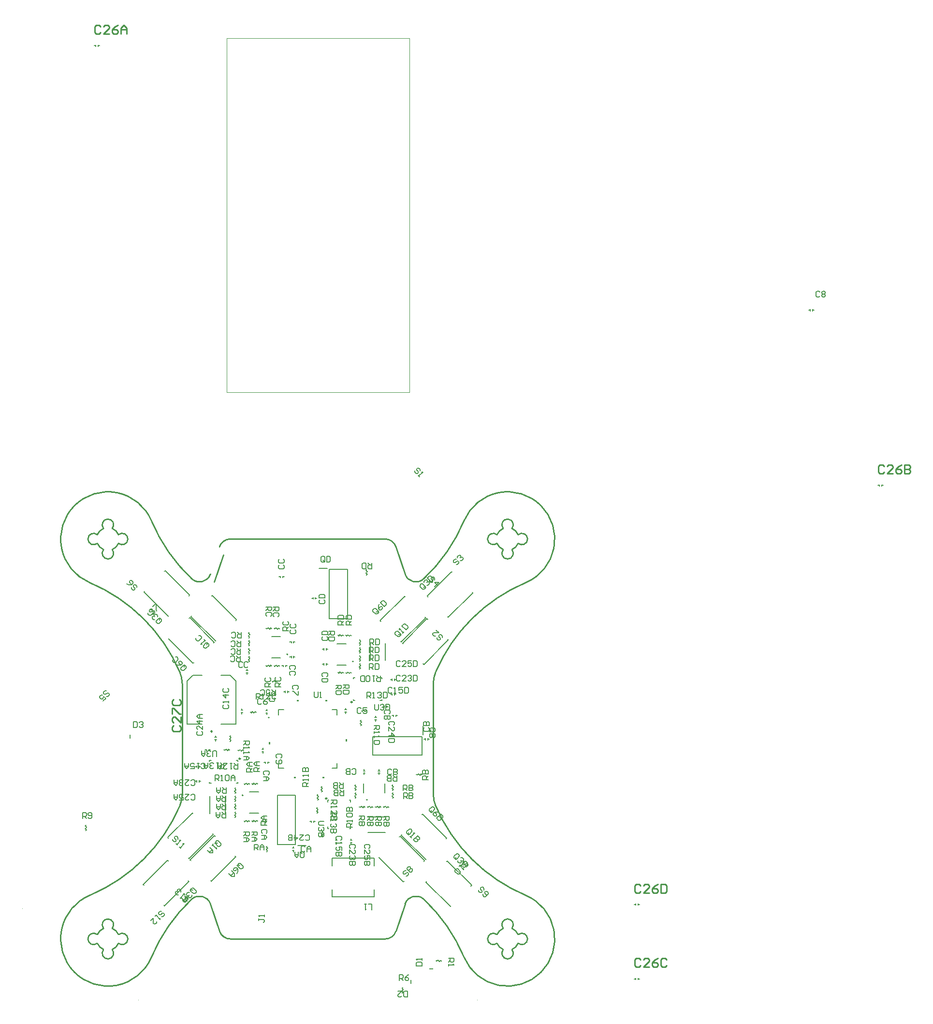
<source format=gto>
G04*
G04 #@! TF.GenerationSoftware,Altium Limited,Altium Designer,25.8.1 (18)*
G04*
G04 Layer_Color=65535*
%FSLAX44Y44*%
%MOMM*%
G71*
G04*
G04 #@! TF.SameCoordinates,A8D3B3E1-CBBC-48C7-8EAF-3341E4FBDCCF*
G04*
G04*
G04 #@! TF.FilePolarity,Positive*
G04*
G01*
G75*
%ADD10C,0.2500*%
%ADD11C,0.2000*%
%ADD12C,0.2540*%
%ADD13C,0.1524*%
%ADD14C,0.0127*%
%ADD15C,0.1500*%
%ADD16C,0.1600*%
%ADD17C,0.1270*%
%ADD18C,0.1530*%
%ADD19R,0.1500X0.8000*%
%ADD20R,0.8000X0.1500*%
G36*
X-20595Y-66009D02*
X-24405D01*
Y-68549D01*
X-20595D01*
Y-66009D01*
D02*
G37*
G36*
X-66009Y-5595D02*
X-68549D01*
Y-9405D01*
X-66009D01*
Y-5595D01*
D02*
G37*
G36*
X-15595Y66009D02*
X-19405D01*
Y68549D01*
X-15595D01*
Y66009D01*
D02*
G37*
G36*
X29405Y-66009D02*
X25595D01*
Y-68549D01*
X29405D01*
Y-66009D01*
D02*
G37*
G36*
X66009Y-595D02*
X68549D01*
Y-4405D01*
X66009D01*
Y-595D01*
D02*
G37*
G36*
X34405Y66009D02*
X30595D01*
Y68549D01*
X34405D01*
Y66009D01*
D02*
G37*
D10*
X-118078Y-34398D02*
G03*
X-118078Y-34398I-1250J0D01*
G01*
X-167152Y13334D02*
G03*
X-167152Y13334I-1250J0D01*
G01*
X77958Y64516D02*
G03*
X77958Y64516I-1250J0D01*
G01*
X33522Y-103925D02*
G03*
X33522Y-103925I-1250J0D01*
G01*
D11*
X-113072Y-98610D02*
G03*
X-113072Y-98610I-1000J0D01*
G01*
X-34712Y148268D02*
G03*
X-34712Y148268I-1000J0D01*
G01*
X104624Y-106249D02*
G03*
X104624Y-106249I-1000J0D01*
G01*
X80032Y135868D02*
G03*
X80032Y135868I-1000J0D01*
G01*
X202076Y7308D02*
X202076Y22308D01*
X113976Y3808D02*
X200476D01*
X113976Y-28192D02*
Y3808D01*
Y-28192D02*
X200476D01*
Y3808D01*
X-17747Y-186676D02*
X-2747D01*
X-21247Y-185076D02*
Y-98576D01*
X-53247D02*
X-21247D01*
X-53247Y-185076D02*
Y-98576D01*
Y-185076D02*
X-21247D01*
X-152152Y26334D02*
X-125902Y26334D01*
X-210902D02*
X-184652Y26334D01*
X-210902Y26334D02*
Y101334D01*
X-125902Y26334D02*
Y101334D01*
X-210902D02*
X-200902Y111334D01*
X-135902D02*
X-125902Y101334D01*
X-152152Y111334D02*
X-135902Y111334D01*
X-200902D02*
X-184652Y111334D01*
X116502Y-276570D02*
Y-263320D01*
Y-221820D02*
Y-208570D01*
X42502D02*
X116502D01*
X42502Y-276570D02*
Y-263320D01*
Y-221820D02*
Y-208570D01*
Y-276570D02*
X116502D01*
X38022Y296826D02*
X70022D01*
Y210326D02*
Y296826D01*
X38022Y210326D02*
X70022D01*
X38022D02*
X38022Y296826D01*
X19522Y298426D02*
X34522D01*
D12*
X135585Y-350000D02*
G03*
X154558Y-336325I0J20000D01*
G01*
X-342401Y-368500D02*
G03*
X-331500Y-357599I-7599J18500D01*
G01*
X342401Y331500D02*
G03*
X357599Y331500I7599J-6500D01*
G01*
X368500Y357599D02*
G03*
X357599Y368500I-18500J-7599D01*
G01*
X368500Y342401D02*
G03*
X368500Y357599I6500J7599D01*
G01*
X357599Y331500D02*
G03*
X368500Y342401I-7599J18500D01*
G01*
X342401Y331500D02*
G03*
X357599Y331500I7599J-6500D01*
G01*
X331500Y342401D02*
G03*
X342401Y331500I18500J7599D01*
G01*
X331500Y357599D02*
G03*
X331500Y342401I-6500J-7599D01*
G01*
X342401Y368500D02*
G03*
X331500Y357599I7599J-18500D01*
G01*
X357599Y368500D02*
G03*
X342401Y368500I-7599J6500D01*
G01*
X357599D02*
G03*
X342401Y368500I-7599J6500D01*
G01*
X273756Y-381998D02*
G03*
X203117Y-280357I-273756J-114889D01*
G01*
X-203117D02*
G03*
X-273735Y-381947I203117J-216530D01*
G01*
X-342401Y-331500D02*
G03*
X-357599Y-331500I-7599J6500D01*
G01*
X-331500Y-342401D02*
G03*
X-342401Y-331500I-18500J-7599D01*
G01*
X-331500Y-357599D02*
G03*
X-331500Y-342401I6500J7599D01*
G01*
X-357599Y-368500D02*
G03*
X-342401Y-368500I7599J-6500D01*
G01*
X-368500Y-357599D02*
G03*
X-357599Y-368500I18500J7599D01*
G01*
X-368500Y-342401D02*
G03*
X-368500Y-357599I-6500J-7599D01*
G01*
X-357599Y-331500D02*
G03*
X-368500Y-342401I7599J-18500D01*
G01*
X368500Y-342401D02*
G03*
X357599Y-331500I-18500J-7599D01*
G01*
X368500Y-357599D02*
G03*
X368500Y-342401I6500J7599D01*
G01*
X357599Y-368500D02*
G03*
X368500Y-357599I-7599J18500D01*
G01*
X342401Y-368500D02*
G03*
X357599Y-368500I7599J-6500D01*
G01*
X331500Y-357599D02*
G03*
X342401Y-368500I18500J7599D01*
G01*
X331500Y-342401D02*
G03*
X331500Y-357599I-6500J-7599D01*
G01*
X342401Y-331500D02*
G03*
X331500Y-342401I7599J-18500D01*
G01*
X357599Y-331500D02*
G03*
X342401Y-331500I-7599J6500D01*
G01*
X-331500Y357599D02*
G03*
X-342401Y368500I-18500J-7599D01*
G01*
X-331500Y342401D02*
G03*
X-331500Y357599I6500J7599D01*
G01*
X-342401Y331500D02*
G03*
X-331500Y342401I-7599J18500D01*
G01*
X-357599Y331500D02*
G03*
X-342401Y331500I7599J-6500D01*
G01*
X-368500Y342401D02*
G03*
X-357599Y331500I18500J7599D01*
G01*
X-368500Y357599D02*
G03*
X-368500Y342401I-6500J-7599D01*
G01*
X-357599Y368500D02*
G03*
X-368500Y357599I7599J-18500D01*
G01*
X-342401Y368500D02*
G03*
X-357599Y368500I-7599J6500D01*
G01*
X-380681Y-273200D02*
G03*
X-224051Y-117056I-116206J273200D01*
G01*
X-224051D02*
G03*
X-220000Y-97342I-45950J19714D01*
G01*
Y97342D02*
G03*
X-224051Y117056I-50000J0D01*
G01*
D02*
G03*
X-381998Y273756I-272837J-117056D01*
G01*
X-273756Y381998D02*
G03*
X-381998Y273756I-76244J-31998D01*
G01*
X-273756Y381998D02*
G03*
X-203117Y280357I273756J114889D01*
G01*
D02*
G03*
X-170460Y288619I13683J14587D01*
G01*
X-135585Y350000D02*
G03*
X-154558Y336325I0J-20000D01*
G01*
X154558D02*
G03*
X135585Y350000I-18974J-6325D01*
G01*
X170460Y288619D02*
G03*
X203117Y280357I18974J6324D01*
G01*
D02*
G03*
X273756Y381998I-203117J216530D01*
G01*
X381998Y273756D02*
G03*
X273756Y381998I-31998J76244D01*
G01*
X381998Y273756D02*
G03*
X224050Y117056I114889J-273756D01*
G01*
X224050D02*
G03*
X220000Y97342I45950J-19714D01*
G01*
Y-97342D02*
G03*
X224050Y-117056I50000J0D01*
G01*
D02*
G03*
X381998Y-273756I272837J117056D01*
G01*
X273756Y-381998D02*
G03*
X381998Y-273756I76244J31998D01*
G01*
X273756Y-381998D02*
G03*
X203117Y-280357I-273756J-114889D01*
G01*
D02*
G03*
X170460Y-288619I-13683J-14587D01*
G01*
X-154558Y-336325D02*
G03*
X-135585Y-350000I18974J6324D01*
G01*
X-170460Y-288619D02*
G03*
X-203117Y-280357I-18974J-6324D01*
G01*
Y-280357D02*
G03*
X-273735Y-381947I203117J-216530D01*
G01*
X-380681Y-273200D02*
G03*
X-273735Y-381947I30690J-76780D01*
G01*
X-164030Y274719D02*
X-148128Y322425D01*
X154558Y-336325D02*
X170460Y-288619D01*
X220000Y-97342D02*
Y97342D01*
X-135585Y350000D02*
X135585D01*
X-220000Y-97342D02*
Y97342D01*
X154558Y336325D02*
X170460Y288619D01*
X-135585Y-350000D02*
X-0D01*
X135585D01*
X-170460Y-288619D02*
X-154558Y-336325D01*
X-234819Y23492D02*
X-237358Y20952D01*
Y15874D01*
X-234819Y13335D01*
X-224662D01*
X-222123Y15874D01*
Y20952D01*
X-224662Y23492D01*
X-222123Y38727D02*
Y28570D01*
X-232280Y38727D01*
X-234819D01*
X-237358Y36188D01*
Y31109D01*
X-234819Y28570D01*
X-237358Y43805D02*
Y53962D01*
X-234819D01*
X-224662Y43805D01*
X-222123D01*
X-234819Y69197D02*
X-237358Y66658D01*
Y61579D01*
X-234819Y59040D01*
X-224662D01*
X-222123Y61579D01*
Y66658D01*
X-224662Y69197D01*
X582608Y-256357D02*
X580069Y-253818D01*
X574991D01*
X572452Y-256357D01*
Y-266514D01*
X574991Y-269053D01*
X580069D01*
X582608Y-266514D01*
X597843Y-269053D02*
X587687D01*
X597843Y-258896D01*
Y-256357D01*
X595304Y-253818D01*
X590226D01*
X587687Y-256357D01*
X613078Y-253818D02*
X608000Y-256357D01*
X602922Y-261436D01*
Y-266514D01*
X605461Y-269053D01*
X610539D01*
X613078Y-266514D01*
Y-263975D01*
X610539Y-261436D01*
X602922D01*
X618157Y-253818D02*
Y-269053D01*
X625774D01*
X628313Y-266514D01*
Y-256357D01*
X625774Y-253818D01*
X618157D01*
X582608Y-386659D02*
X580069Y-384120D01*
X574991D01*
X572452Y-386659D01*
Y-396816D01*
X574991Y-399355D01*
X580069D01*
X582608Y-396816D01*
X597843Y-399355D02*
X587687D01*
X597843Y-389198D01*
Y-386659D01*
X595304Y-384120D01*
X590226D01*
X587687Y-386659D01*
X613078Y-384120D02*
X608000Y-386659D01*
X602922Y-391738D01*
Y-396816D01*
X605461Y-399355D01*
X610539D01*
X613078Y-396816D01*
Y-394277D01*
X610539Y-391738D01*
X602922D01*
X628313Y-386659D02*
X625774Y-384120D01*
X620696D01*
X618157Y-386659D01*
Y-396816D01*
X620696Y-399355D01*
X625774D01*
X628313Y-396816D01*
X1009328Y477195D02*
X1006789Y479734D01*
X1001711D01*
X999172Y477195D01*
Y467038D01*
X1001711Y464499D01*
X1006789D01*
X1009328Y467038D01*
X1024563Y464499D02*
X1014407D01*
X1024563Y474656D01*
Y477195D01*
X1022024Y479734D01*
X1016946D01*
X1014407Y477195D01*
X1039798Y479734D02*
X1034720Y477195D01*
X1029642Y472117D01*
Y467038D01*
X1032181Y464499D01*
X1037259D01*
X1039798Y467038D01*
Y469577D01*
X1037259Y472117D01*
X1029642D01*
X1044877Y479734D02*
Y464499D01*
X1052494D01*
X1055033Y467038D01*
Y469577D01*
X1052494Y472117D01*
X1044877D01*
X1052494D01*
X1055033Y474656D01*
Y477195D01*
X1052494Y479734D01*
X1044877D01*
X-363038Y1246815D02*
X-365577Y1249354D01*
X-370655D01*
X-373195Y1246815D01*
Y1236658D01*
X-370655Y1234119D01*
X-365577D01*
X-363038Y1236658D01*
X-347803Y1234119D02*
X-357959D01*
X-347803Y1244276D01*
Y1246815D01*
X-350342Y1249354D01*
X-355420D01*
X-357959Y1246815D01*
X-332568Y1249354D02*
X-337646Y1246815D01*
X-342724Y1241737D01*
Y1236658D01*
X-340185Y1234119D01*
X-335107D01*
X-332568Y1236658D01*
Y1239197D01*
X-335107Y1241737D01*
X-342724D01*
X-327489Y1234119D02*
Y1244276D01*
X-322411Y1249354D01*
X-317333Y1244276D01*
Y1234119D01*
Y1241737D01*
X-327489D01*
D13*
X-67747Y37500D02*
G03*
X-67747Y37500I-762J0D01*
G01*
X-243773Y175088D02*
X-242623Y176238D01*
X-164998Y168371D02*
X-163848Y169520D01*
X-201026Y132342D02*
X-199877Y133492D01*
X-243773Y175088D02*
X-201026Y132342D01*
X-207744Y211117D02*
X-206594Y212267D01*
X-163848Y169520D01*
X-287007Y257337D02*
X-285858Y258486D01*
X-208232Y250620D02*
X-207083Y251769D01*
X-244261Y214591D02*
X-243112Y215740D01*
X-287007Y257337D02*
X-244261Y214591D01*
X-250979Y293365D02*
X-249829Y294515D01*
X-207083Y251769D01*
X-204518Y214342D02*
X-203369Y215492D01*
X-125744Y207625D02*
X-124594Y208775D01*
X-161772Y171596D02*
X-160623Y172746D01*
X-204518Y214342D02*
X-161772Y171596D01*
X-168489Y250371D02*
X-167340Y251521D01*
X-124594Y208775D01*
X285837Y-257276D02*
X286987Y-256127D01*
X207062Y-250559D02*
X208212Y-249409D01*
X243091Y-214530D02*
X244241Y-213381D01*
X286987Y-256127D01*
X249808Y-293305D02*
X250958Y-292155D01*
X207062Y-250559D02*
X249808Y-293305D01*
X203348Y-214282D02*
X204498Y-213132D01*
X124573Y-207565D02*
X125723Y-206415D01*
X160602Y-171536D02*
X161752Y-170386D01*
X204498Y-213132D01*
X167319Y-250311D02*
X168469Y-249161D01*
X124573Y-207565D02*
X167319Y-250311D01*
X242602Y-175028D02*
X243752Y-173878D01*
X163828Y-168310D02*
X164977Y-167161D01*
X199856Y-132282D02*
X201006Y-131132D01*
X243752Y-173878D01*
X206574Y-211056D02*
X207723Y-209907D01*
X163828Y-168310D02*
X206574Y-211056D01*
X-169879Y-247724D02*
X-168730Y-248874D01*
X-163162Y-168950D02*
X-162012Y-170099D01*
X-127133Y-204978D02*
X-125984Y-206128D01*
X-168730Y-248874D02*
X-125984Y-206128D01*
X-205908Y-211696D02*
X-204758Y-212845D01*
X-205908Y-211696D02*
X-163162Y-168950D01*
X-252128Y-290959D02*
X-250978Y-292109D01*
X-245410Y-212184D02*
X-244261Y-213334D01*
X-209382Y-248213D02*
X-208232Y-249363D01*
X-250978Y-292109D02*
X-208232Y-249363D01*
X-288156Y-254930D02*
X-287007Y-256080D01*
X-288156Y-254930D02*
X-245410Y-212184D01*
X-209133Y-208470D02*
X-207984Y-209620D01*
X-202416Y-129695D02*
X-201267Y-130845D01*
X-166387Y-165724D02*
X-165238Y-166874D01*
X-207984Y-209620D02*
X-165238Y-166874D01*
X-245162Y-172442D02*
X-244013Y-173591D01*
X-245162Y-172442D02*
X-202416Y-129695D01*
X246241Y212904D02*
X288987Y255650D01*
X287837Y256800D02*
X288987Y255650D01*
X209063Y250083D02*
X251809Y292829D01*
X209063Y250083D02*
X210212Y248933D01*
X245091Y214054D02*
X246241Y212904D01*
X251809Y292829D02*
X252958Y291679D01*
X203247Y130415D02*
X245993Y173162D01*
X244843Y174311D02*
X245993Y173162D01*
X166068Y167594D02*
X208814Y210340D01*
X166068Y167594D02*
X167218Y166444D01*
X202097Y131565D02*
X203247Y130415D01*
X208814Y210340D02*
X209964Y209190D01*
X163992Y169670D02*
X206738Y212416D01*
X205589Y213565D02*
X206738Y212416D01*
X126814Y206848D02*
X169560Y249594D01*
X126814Y206848D02*
X127964Y205698D01*
X162843Y170819D02*
X163992Y169670D01*
X169560Y249594D02*
X170710Y248444D01*
X-51308Y51308D02*
X-42344D01*
X51308Y42344D02*
Y51308D01*
X42344Y-51308D02*
X51308D01*
X-51308D02*
Y-42344D01*
Y42344D02*
Y51308D01*
X42344D02*
X51308D01*
Y-51308D02*
Y-42344D01*
X-51308Y-51308D02*
X-42344D01*
D14*
X200000Y93D02*
G03*
X200000Y-93I296887J-93D01*
G01*
X-141784Y606896D02*
Y1226896D01*
Y606896D02*
X178216D01*
Y1226896D01*
X-141784D02*
X178216D01*
X-296887Y-456162D02*
X-296871D01*
X-296887D02*
X-296871D01*
X296871D02*
X296887D01*
X296871D02*
X296887D01*
X-500000Y-296887D02*
Y-296871D01*
Y-296887D02*
Y-296871D01*
D15*
X-172268Y-77258D02*
Y-75258D01*
Y-77258D02*
X-169268D01*
X-122268D02*
Y-75258D01*
X-125268Y-77258D02*
X-122268D01*
X-172268Y-39258D02*
Y-37258D01*
X-169268D01*
X-122268Y-39258D02*
Y-37258D01*
X-125268D02*
X-122268D01*
X129648Y105376D02*
Y107376D01*
X126648D02*
X129648D01*
X79648Y105376D02*
Y107376D01*
X82648D01*
X129648Y67376D02*
Y69376D01*
X126648Y67376D02*
X129648D01*
X79648D02*
Y69376D01*
Y67376D02*
X82648D01*
X73132Y-156865D02*
X75132D01*
Y-153865D01*
X73132Y-106865D02*
X75132D01*
Y-109865D02*
Y-106865D01*
X35132Y-156865D02*
X37132D01*
X35132D02*
Y-153865D01*
Y-106865D02*
X37132D01*
X35132Y-109865D02*
Y-106865D01*
D16*
X-97905Y-78185D02*
X-96508Y-79582D01*
X-94222Y-77296D01*
X-92952Y-78566D01*
X-89396Y-77550D02*
X-87999Y-78947D01*
X-91682Y-79836D02*
X-89396Y-77550D01*
X-92952Y-78566D02*
X-91682Y-79836D01*
X-127750Y-86678D02*
X-126353Y-85281D01*
X-127750Y-86678D02*
X-125464Y-88964D01*
X-126734Y-90234D02*
X-125464Y-88964D01*
X-127115Y-95187D02*
X-125718Y-93790D01*
X-128004Y-91504D02*
X-125718Y-93790D01*
X-128004Y-91504D02*
X-126734Y-90234D01*
X-70136Y-41164D02*
Y-39664D01*
X-74136Y-41164D02*
Y-39664D01*
Y-42664D02*
Y-41164D01*
X-70136Y-42664D02*
Y-41164D01*
X-76708D02*
X-74136D01*
X-70136D02*
X-67564D01*
X-111621Y-78169D02*
X-110224Y-79566D01*
X-107938Y-77280D01*
X-106668Y-78550D01*
X-103112Y-77534D02*
X-101715Y-78931D01*
X-105398Y-79820D02*
X-103112Y-77534D01*
X-106668Y-78550D02*
X-105398Y-79820D01*
X-127750Y-100648D02*
X-126353Y-99251D01*
X-127750Y-100648D02*
X-125464Y-102934D01*
X-126734Y-104204D02*
X-125464Y-102934D01*
X-127115Y-109157D02*
X-125718Y-107760D01*
X-128004Y-105474D02*
X-125718Y-107760D01*
X-128004Y-105474D02*
X-126734Y-104204D01*
X-74454Y-143510D02*
Y-142010D01*
X-78454Y-143510D02*
Y-142010D01*
Y-145010D02*
Y-143510D01*
X-74454Y-145010D02*
Y-143510D01*
X-81026D02*
X-78454D01*
X-74454D02*
X-71882D01*
X-127734Y-114618D02*
X-126337Y-113221D01*
X-127734Y-114618D02*
X-125448Y-116904D01*
X-126718Y-118174D02*
X-125448Y-116904D01*
X-127099Y-123127D02*
X-125702Y-121730D01*
X-127988Y-119444D02*
X-125702Y-121730D01*
X-127988Y-119444D02*
X-126718Y-118174D01*
X-127750Y-128588D02*
X-126353Y-127191D01*
X-127750Y-128588D02*
X-125464Y-130874D01*
X-126734Y-132144D02*
X-125464Y-130874D01*
X-127115Y-137097D02*
X-125718Y-135700D01*
X-128004Y-133414D02*
X-125718Y-135700D01*
X-128004Y-133414D02*
X-126734Y-132144D01*
X-190480Y-74006D02*
X-187908D01*
X-197052D02*
X-194480D01*
X-190480Y-75506D02*
Y-74006D01*
X-194480Y-75506D02*
Y-74006D01*
Y-72506D01*
X-190480Y-74006D02*
Y-72506D01*
Y-48114D02*
X-187908D01*
X-197052D02*
X-194480D01*
X-190480Y-49614D02*
Y-48114D01*
X-194480Y-49614D02*
Y-48114D01*
Y-46614D01*
X-190480Y-48114D02*
Y-46614D01*
X-173423Y-19144D02*
X-170851D01*
X-179995D02*
X-177423D01*
X-173423Y-20644D02*
Y-19144D01*
X-177423Y-20644D02*
Y-19144D01*
Y-17644D01*
X-173423Y-19144D02*
Y-17644D01*
X-135545Y922D02*
X-134275Y2192D01*
X-136561Y4478D02*
X-134275Y2192D01*
X-136561Y4478D02*
X-135164Y5875D01*
X-136815Y-348D02*
X-135545Y922D01*
X-136815Y-348D02*
X-134529Y-2634D01*
X-135926Y-4031D02*
X-134529Y-2634D01*
X-141680Y-18920D02*
X-140410Y-20190D01*
X-138124Y-17904D01*
X-136727Y-19301D01*
X-142950Y-17650D02*
X-141680Y-18920D01*
X-145236Y-19936D02*
X-142950Y-17650D01*
X-146633Y-18539D02*
X-145236Y-19936D01*
X-103112Y-142812D02*
X-101715Y-144209D01*
X-105398Y-145098D02*
X-103112Y-142812D01*
X-106668Y-143828D02*
X-105398Y-145098D01*
X-111621Y-143447D02*
X-110224Y-144844D01*
X-107938Y-142558D01*
X-106668Y-143828D01*
X-89396Y-142828D02*
X-87999Y-144225D01*
X-91682Y-145114D02*
X-89396Y-142828D01*
X-92952Y-143844D02*
X-91682Y-145114D01*
X-97905Y-143463D02*
X-96508Y-144860D01*
X-94222Y-142574D01*
X-92952Y-143844D01*
X-161453Y-3650D02*
Y-1078D01*
Y2922D02*
Y5494D01*
X-162953Y-1078D02*
X-161453D01*
X-162953Y2922D02*
X-161453D01*
X-159953D01*
X-161453Y-1078D02*
X-159953D01*
X-117511Y-19906D02*
X-116241Y-21176D01*
X-113955Y-18890D01*
X-112558Y-20287D01*
X-118781Y-18636D02*
X-117511Y-19906D01*
X-121067Y-20922D02*
X-118781Y-18636D01*
X-122464Y-19525D02*
X-121067Y-20922D01*
X-26825Y-190880D02*
X-25325D01*
X-26825Y-194880D02*
X-25325D01*
X-23825D01*
X-25325Y-190880D02*
X-23825D01*
X-25325Y-197452D02*
Y-194880D01*
Y-190880D02*
Y-188308D01*
X-71993Y-197231D02*
X-70596Y-195834D01*
X-72882Y-193548D02*
X-70596Y-195834D01*
X-72882Y-193548D02*
X-71612Y-192278D01*
X-72628Y-188722D02*
X-71231Y-187325D01*
X-72628Y-188722D02*
X-70342Y-191008D01*
X-71612Y-192278D02*
X-70342Y-191008D01*
X-388938Y-160595D02*
X-387542Y-159198D01*
X-389827Y-156912D02*
X-387542Y-159198D01*
X-389827Y-156912D02*
X-388558Y-155642D01*
X-389574Y-152086D02*
X-388176Y-150689D01*
X-389574Y-152086D02*
X-387287Y-154372D01*
X-388558Y-155642D02*
X-387287Y-154372D01*
X-73382Y49752D02*
X-71882D01*
X-73382Y45752D02*
X-71882D01*
X-70382D01*
X-71882Y49752D02*
X-70382D01*
X-71882Y43180D02*
Y45752D01*
Y49752D02*
Y52324D01*
X-57594Y100790D02*
X-56324Y99520D01*
X-54038Y101806D01*
X-52641Y100409D01*
X-58864Y102060D02*
X-57594Y100790D01*
X-61150Y99774D02*
X-58864Y102060D01*
X-62547Y101171D02*
X-61150Y99774D01*
X-72961Y128587D02*
X-71564Y127190D01*
X-69278Y129476D01*
X-68008Y128206D01*
X-64452Y129222D02*
X-63055Y127825D01*
X-66738Y126936D02*
X-64452Y129222D01*
X-68008Y128206D02*
X-66738Y126936D01*
X-59245Y128587D02*
X-57848Y127190D01*
X-55562Y129476D01*
X-54292Y128206D01*
X-50736Y129222D02*
X-49339Y127825D01*
X-53022Y126936D02*
X-50736Y129222D01*
X-54292Y128206D02*
X-53022Y126936D01*
X-42576Y126706D02*
Y128206D01*
X-38576Y126706D02*
Y128206D01*
Y129706D01*
X-42576Y128206D02*
Y129706D01*
X-38576Y128206D02*
X-36004D01*
X-45148D02*
X-42576D01*
X-28860Y168108D02*
Y169608D01*
X-24860Y168108D02*
Y169608D01*
Y171108D01*
X-28860Y169608D02*
Y171108D01*
X-24860Y169608D02*
X-22288D01*
X-31432D02*
X-28860D01*
X-24860Y143700D02*
Y145200D01*
X-28860Y143700D02*
Y145200D01*
Y142200D02*
Y143700D01*
X-24860Y142200D02*
Y143700D01*
X-31432D02*
X-28860D01*
X-24860D02*
X-22288D01*
X-64452Y194500D02*
X-63055Y193103D01*
X-66738Y192214D02*
X-64452Y194500D01*
X-68008Y193484D02*
X-66738Y192214D01*
X-72961Y193865D02*
X-71564Y192468D01*
X-69278Y194754D01*
X-68008Y193484D01*
X-50736Y194500D02*
X-49339Y193103D01*
X-53022Y192214D02*
X-50736Y194500D01*
X-54292Y193484D02*
X-53022Y192214D01*
X-59245Y193865D02*
X-57848Y192468D01*
X-55562Y194754D01*
X-54292Y193484D01*
X-107862Y119808D02*
X-106362D01*
X-107862Y115808D02*
X-106362D01*
X-104862D01*
X-106362Y119808D02*
X-104862D01*
X-106362Y113236D02*
Y115808D01*
Y119808D02*
Y122380D01*
X-103822Y143446D02*
X-102425Y144843D01*
X-103822Y143446D02*
X-101536Y141160D01*
X-102806Y139890D02*
X-101536Y141160D01*
X-103187Y134937D02*
X-101790Y136334D01*
X-104076Y138620D02*
X-101790Y136334D01*
X-104076Y138620D02*
X-102806Y139890D01*
X-103822Y171386D02*
X-102425Y172783D01*
X-103822Y171386D02*
X-101536Y169100D01*
X-102806Y167830D02*
X-101536Y169100D01*
X-103187Y162877D02*
X-101790Y164274D01*
X-104076Y166560D02*
X-101790Y164274D01*
X-104076Y166560D02*
X-102806Y167830D01*
X-103822Y157416D02*
X-102425Y158813D01*
X-103822Y157416D02*
X-101536Y155130D01*
X-102806Y153860D02*
X-101536Y155130D01*
X-103187Y148907D02*
X-101790Y150304D01*
X-104076Y152590D02*
X-101790Y150304D01*
X-104076Y152590D02*
X-102806Y153860D01*
X-103822Y185356D02*
X-102425Y186753D01*
X-103822Y185356D02*
X-101536Y183070D01*
X-102806Y181800D02*
X-101536Y183070D01*
X-103187Y176847D02*
X-101790Y178244D01*
X-104076Y180530D02*
X-101790Y178244D01*
X-104076Y180530D02*
X-102806Y181800D01*
X-47998Y282508D02*
Y284008D01*
X-43998Y282508D02*
Y284008D01*
Y285508D01*
X-47998Y284008D02*
Y285508D01*
X-43998Y284008D02*
X-41426D01*
X-50570D02*
X-47998D01*
X-115252Y43894D02*
Y46466D01*
Y50466D02*
Y53038D01*
X-116752Y46466D02*
X-115252D01*
X-116752Y50466D02*
X-115252D01*
X-113752D01*
X-115252Y46466D02*
X-113752D01*
X-96710Y47958D02*
X-95440Y46688D01*
X-98996Y45672D02*
X-96710Y47958D01*
X-100393Y47069D02*
X-98996Y45672D01*
X-95440Y46688D02*
X-94170Y45418D01*
X-91884Y47704D01*
X-90487Y46307D01*
X17780Y-102108D02*
X19050Y-100838D01*
X16764Y-98552D02*
X19050Y-100838D01*
X16764Y-98552D02*
X18161Y-97155D01*
X16510Y-103378D02*
X17780Y-102108D01*
X16510Y-103378D02*
X18796Y-105664D01*
X17399Y-107061D02*
X18796Y-105664D01*
X154146Y42394D02*
X154146Y40894D01*
X150146D02*
X150146Y42394D01*
X150146Y40894D02*
X150146Y39394D01*
X154146Y39394D02*
X154146Y40894D01*
X147574D02*
X150146D01*
X154146D02*
X156718D01*
X206280Y-270D02*
X206280Y-1770D01*
X210280Y-1770D02*
Y-270D01*
X210280Y1230D02*
X210280Y-270D01*
X206280D02*
X206280Y1230D01*
X210280Y-270D02*
X212852D01*
X203708D02*
X206280D01*
X147842Y-81573D02*
X149239Y-80176D01*
X147842Y-81573D02*
X150128Y-83859D01*
X148858Y-85129D02*
X150128Y-83859D01*
X148477Y-90082D02*
X149874Y-88685D01*
X147588Y-86399D02*
X149874Y-88685D01*
X147588Y-86399D02*
X148858Y-85129D01*
X147826Y-95289D02*
X149223Y-93892D01*
X147826Y-95289D02*
X150112Y-97575D01*
X148842Y-98845D02*
X150112Y-97575D01*
X148461Y-103798D02*
X149858Y-102401D01*
X147572Y-100115D02*
X149858Y-102401D01*
X147572Y-100115D02*
X148842Y-98845D01*
X132205Y-118530D02*
X133602Y-119927D01*
X135888Y-117641D01*
X137158Y-118911D01*
X140714Y-117895D02*
X142111Y-119292D01*
X138428Y-120181D02*
X140714Y-117895D01*
X137158Y-118911D02*
X138428Y-120181D01*
X123378Y-55681D02*
X124878D01*
X123378Y-59681D02*
X124878D01*
X126378D01*
X124878Y-55681D02*
X126378D01*
X124878Y-62253D02*
Y-59681D01*
Y-55681D02*
Y-53109D01*
X50054Y-177070D02*
Y-174498D01*
Y-183642D02*
Y-181070D01*
Y-177070D02*
X51554D01*
X50054Y-181070D02*
X51554D01*
X48554D02*
X50054D01*
X48554Y-177070D02*
X50054D01*
X23114Y-89154D02*
X24384Y-87884D01*
X23114Y-89154D02*
X25400Y-91440D01*
X24003Y-92837D02*
X25400Y-91440D01*
X24384Y-87884D02*
X25654Y-86614D01*
X23368Y-84328D02*
X25654Y-86614D01*
X23368Y-84328D02*
X24765Y-82931D01*
X10128Y-144526D02*
X12700D01*
X3556D02*
X6128D01*
X10128Y-146026D02*
Y-144526D01*
X6128Y-146026D02*
Y-144526D01*
Y-143026D01*
X10128Y-144526D02*
Y-143026D01*
X26162Y-163354D02*
Y-160782D01*
Y-169926D02*
Y-167354D01*
Y-163354D02*
X27662Y-163354D01*
X26162Y-167354D02*
X27662Y-167354D01*
X24662D02*
X26162Y-167354D01*
X24662Y-163354D02*
X26162Y-163354D01*
X83199Y-90082D02*
X84596Y-88685D01*
X82310Y-86399D02*
X84596Y-88685D01*
X82310Y-86399D02*
X83580Y-85129D01*
X82564Y-81573D02*
X83961Y-80176D01*
X82564Y-81573D02*
X84850Y-83859D01*
X83580Y-85129D02*
X84850Y-83859D01*
X83183Y-103798D02*
X84580Y-102401D01*
X82294Y-100115D02*
X84580Y-102401D01*
X82294Y-100115D02*
X83564Y-98845D01*
X82548Y-95289D02*
X83945Y-93892D01*
X82548Y-95289D02*
X84834Y-97575D01*
X83564Y-98845D02*
X84834Y-97575D01*
X75946Y-177070D02*
Y-174498D01*
Y-183642D02*
Y-181070D01*
Y-177070D02*
X77446D01*
X75946Y-181070D02*
X77446D01*
X74446D02*
X75946D01*
X74446Y-177070D02*
X75946D01*
X17018Y-124714D02*
X18288Y-123444D01*
X16002Y-121158D02*
X18288Y-123444D01*
X16002Y-121158D02*
X17399Y-119761D01*
X15748Y-125984D02*
X17018Y-124714D01*
X15748Y-125984D02*
X18034Y-128270D01*
X16637Y-129667D02*
X18034Y-128270D01*
X104265Y-118530D02*
X105662Y-119927D01*
X107948Y-117641D01*
X109218Y-118911D01*
X112774Y-117895D02*
X114171Y-119292D01*
X110488Y-120181D02*
X112774Y-117895D01*
X109218Y-118911D02*
X110488Y-120181D01*
X90295Y-118530D02*
X91692Y-119927D01*
X93978Y-117641D01*
X95248Y-118911D01*
X98804Y-117895D02*
X100201Y-119292D01*
X96518Y-120181D02*
X98804Y-117895D01*
X95248Y-118911D02*
X96518Y-120181D01*
X118235Y-118514D02*
X119632Y-119911D01*
X121918Y-117625D01*
X123188Y-118895D01*
X126744Y-117879D02*
X128141Y-119276D01*
X124458Y-120165D02*
X126744Y-117879D01*
X123188Y-118895D02*
X124458Y-120165D01*
X98954Y-59681D02*
X100454D01*
X98954Y-55681D02*
X100454D01*
X97454D02*
X98954D01*
X97454Y-59681D02*
X98954D01*
Y-55681D02*
Y-53109D01*
Y-62253D02*
Y-59681D01*
X198882Y-61214D02*
X200279Y-62611D01*
X196596Y-63500D02*
X198882Y-61214D01*
X195326Y-62230D02*
X196596Y-63500D01*
X190373Y-61849D02*
X191770Y-63246D01*
X194056Y-60960D01*
X195326Y-62230D01*
X224409Y-387747D02*
X225806Y-389144D01*
X228092Y-386858D01*
X229362Y-388128D01*
X232918Y-387112D02*
X234315Y-388509D01*
X230632Y-389398D02*
X232918Y-387112D01*
X229362Y-388128D02*
X230632Y-389398D01*
X165735Y-444627D02*
X167132Y-443230D01*
X164846Y-440944D02*
X167132Y-443230D01*
X164846Y-440944D02*
X166116Y-439674D01*
X165100Y-436118D02*
X166497Y-434721D01*
X165100Y-436118D02*
X167386Y-438404D01*
X166116Y-439674D02*
X167386Y-438404D01*
X147860Y102624D02*
Y104124D01*
X151860Y102624D02*
Y104124D01*
Y105624D01*
X147860Y104124D02*
Y105624D01*
X151860Y104124D02*
X154432D01*
X145288D02*
X147860D01*
X1001363Y442552D02*
Y444052D01*
X1005362Y442552D02*
Y444052D01*
Y445552D01*
X1001363Y444052D02*
Y445552D01*
X1005362Y444052D02*
X1007934D01*
X998791D02*
X1001363D01*
X-371003Y1212172D02*
Y1213672D01*
X-367004Y1212172D02*
Y1213672D01*
Y1215172D01*
X-371003Y1213672D02*
Y1215172D01*
X-367004Y1213672D02*
X-364431D01*
X-373576D02*
X-371003D01*
X574642Y-291000D02*
Y-289500D01*
X578643Y-291000D02*
Y-289500D01*
Y-288000D01*
X574642Y-289500D02*
Y-288000D01*
X578643Y-289500D02*
X581214D01*
X572071D02*
X574642D01*
Y-421302D02*
Y-419802D01*
X578643Y-421302D02*
Y-419802D01*
Y-418302D01*
X574642Y-419802D02*
Y-418302D01*
X578643Y-419802D02*
X581214D01*
X572071D02*
X574642D01*
X134144Y55396D02*
Y56896D01*
X138144Y55396D02*
Y56896D01*
Y58396D01*
X134144Y56896D02*
Y58396D01*
X138144Y56896D02*
X140716D01*
X131572D02*
X134144D01*
X117372Y38068D02*
X118872Y38068D01*
X117372Y34068D02*
X118872Y34068D01*
X120372Y34068D01*
X118872Y38068D02*
X120372Y38068D01*
X118872Y31496D02*
Y34068D01*
Y38068D02*
Y40640D01*
X147860Y76732D02*
Y78232D01*
X151860Y76732D02*
Y78232D01*
Y79732D01*
X147860Y78232D02*
Y79732D01*
X151860Y78232D02*
X154432D01*
X145288D02*
X147860D01*
X101854Y290406D02*
X103124Y291676D01*
X101854Y290406D02*
X104140Y288120D01*
X102743Y286723D02*
X104140Y288120D01*
X103124Y291676D02*
X104394Y292946D01*
X102108Y295232D02*
X104394Y292946D01*
X102108Y295232D02*
X103505Y296629D01*
X102616Y50054D02*
X104013Y48657D01*
X100330Y47768D02*
X102616Y50054D01*
X99060Y49038D02*
X100330Y47768D01*
X94107Y49419D02*
X95504Y48022D01*
X97790Y50308D01*
X99060Y49038D01*
X92583Y23241D02*
X93980Y24638D01*
X91694Y26924D02*
X93980Y24638D01*
X91694Y26924D02*
X92964Y28194D01*
X91948Y31750D02*
X93345Y33147D01*
X91948Y31750D02*
X94234Y29464D01*
X92964Y28194D02*
X94234Y29464D01*
X66532Y44704D02*
Y47276D01*
Y51276D02*
Y53848D01*
X65032Y47276D02*
X66532Y47276D01*
X65032Y51276D02*
X66532Y51276D01*
X68032Y51276D01*
X66532Y47276D02*
X68032Y47276D01*
X-35500Y82820D02*
X-32928D01*
X-42072D02*
X-39500D01*
X-35500Y81320D02*
X-35500Y82820D01*
X-39500D02*
X-39500Y81320D01*
X-39500Y82820D02*
Y84320D01*
X-35500Y82820D02*
Y84320D01*
X-78740Y-18320D02*
Y-15748D01*
Y-24892D02*
Y-22320D01*
Y-18320D02*
X-77240Y-18320D01*
X-78740Y-22320D02*
X-77240Y-22320D01*
X-80240D02*
X-78740Y-22320D01*
X-80240Y-18320D02*
X-78740Y-18320D01*
X32464Y131198D02*
X35036D01*
X25892D02*
X28464D01*
X32464Y129698D02*
X32464Y131198D01*
X28464D02*
X28464Y129698D01*
X28464Y131198D02*
X28464Y132698D01*
X32464D02*
X32464Y131198D01*
X25892Y157122D02*
X28464D01*
X32464D02*
X35036D01*
X28464D02*
Y158622D01*
X32464Y157122D02*
Y158622D01*
Y155622D02*
Y157122D01*
X28464Y155622D02*
Y157122D01*
X6858Y246474D02*
X9430D01*
X13430D02*
X16002D01*
X9430D02*
X9430Y247974D01*
X13430D02*
X13430Y246474D01*
Y244974D02*
Y246474D01*
X9430D02*
X9430Y244974D01*
X877633Y750884D02*
X880204D01*
X884204D02*
X886777D01*
X880204D02*
Y752384D01*
X884204Y750884D02*
Y752384D01*
Y749384D02*
Y750884D01*
X880204Y749384D02*
Y750884D01*
X91694Y169402D02*
X92964Y170672D01*
X90678Y172958D02*
X92964Y170672D01*
X90678Y172958D02*
X92075Y174355D01*
X90424Y168132D02*
X91694Y169402D01*
X90424Y168132D02*
X92710Y165846D01*
X91313Y164449D02*
X92710Y165846D01*
X91678Y155432D02*
X92948Y156702D01*
X90662Y158988D02*
X92948Y156702D01*
X90662Y158988D02*
X92059Y160385D01*
X90408Y154162D02*
X91678Y155432D01*
X90408Y154162D02*
X92694Y151876D01*
X91297Y150479D02*
X92694Y151876D01*
X91694Y141462D02*
X92964Y142732D01*
X90678Y145018D02*
X92964Y142732D01*
X90678Y145018D02*
X92075Y146415D01*
X90424Y140192D02*
X91694Y141462D01*
X90424Y140192D02*
X92710Y137906D01*
X91313Y136509D02*
X92710Y137906D01*
X91694Y127492D02*
X92964Y128762D01*
X90678Y131048D02*
X92964Y128762D01*
X90678Y131048D02*
X92075Y132445D01*
X90424Y126222D02*
X91694Y127492D01*
X90424Y126222D02*
X92710Y123936D01*
X91313Y122539D02*
X92710Y123936D01*
X71628Y181086D02*
X72898Y179816D01*
X75184Y182102D01*
X76581Y180705D01*
X70358Y182356D02*
X71628Y181086D01*
X68072Y180070D02*
X70358Y182356D01*
X66675Y181467D02*
X68072Y180070D01*
X57912Y181102D02*
X59182Y179832D01*
X61468Y182118D01*
X62865Y180721D01*
X56642Y182372D02*
X57912Y181102D01*
X54356Y180086D02*
X56642Y182372D01*
X52959Y181483D02*
X54356Y180086D01*
X56642Y117094D02*
X57912Y115824D01*
X54356Y114808D02*
X56642Y117094D01*
X52959Y116205D02*
X54356Y114808D01*
X57912Y115824D02*
X59182Y114554D01*
X61468Y116840D01*
X62865Y115443D01*
X70358Y117078D02*
X71628Y115808D01*
X68072Y114792D02*
X70358Y117078D01*
X66675Y116189D02*
X68072Y114792D01*
X71628Y115808D02*
X72898Y114538D01*
X75184Y116824D01*
X76581Y115427D01*
D17*
X-102222Y-92470D02*
X-86222D01*
X-102222Y-129650D02*
X-86222D01*
X-144776Y-130520D02*
Y-100120D01*
X-171176Y-130520D02*
Y-100120D01*
X-63562Y142128D02*
X-47562D01*
X-63562Y179308D02*
X-47562D01*
X97484Y-94399D02*
Y-78399D01*
X134664Y-94399D02*
Y-78399D01*
X105134Y-136953D02*
X135534D01*
X105134Y-163353D02*
X135534D01*
X136136Y137378D02*
Y167778D01*
X109736Y137378D02*
Y167778D01*
X51182Y166908D02*
X67182D01*
X51182Y129728D02*
X67182Y129728D01*
D18*
X214978Y12210D02*
X221643D01*
X223309Y13877D01*
Y17209D01*
X221643Y18875D01*
X214978D01*
X213312Y17209D01*
Y13877D01*
X216644Y15543D02*
X213312Y12210D01*
Y13877D02*
X214978Y12210D01*
X223309Y8878D02*
X213312D01*
Y3880D01*
X214978Y2214D01*
X216644D01*
X218311Y3880D01*
Y8878D01*
Y3880D01*
X219977Y2214D01*
X221643D01*
X223309Y3880D01*
Y8878D01*
X-12845Y-199578D02*
Y-206243D01*
X-11178Y-207909D01*
X-7846D01*
X-6180Y-206243D01*
Y-199578D01*
X-7846Y-197912D01*
X-11178D01*
X-9512Y-201244D02*
X-12845Y-197912D01*
X-11178D02*
X-12845Y-199578D01*
X-16177Y-197912D02*
Y-204577D01*
X-19509Y-207909D01*
X-22841Y-204577D01*
Y-197912D01*
Y-202910D01*
X-16177D01*
X-159593Y-30760D02*
Y-22430D01*
X-161259Y-20764D01*
X-164591D01*
X-166257Y-22430D01*
Y-30760D01*
X-169590Y-29094D02*
X-171256Y-30760D01*
X-174588D01*
X-176254Y-29094D01*
Y-27428D01*
X-174588Y-25762D01*
X-172922D01*
X-174588D01*
X-176254Y-24096D01*
Y-22430D01*
X-174588Y-20764D01*
X-171256D01*
X-169590Y-22430D01*
X-179587Y-20764D02*
Y-27428D01*
X-182919Y-30760D01*
X-186251Y-27428D01*
Y-20764D01*
Y-25762D01*
X-179587D01*
X-84144Y-56925D02*
X-94141D01*
Y-51926D01*
X-92474Y-50260D01*
X-89142D01*
X-87476Y-51926D01*
Y-56925D01*
Y-53592D02*
X-84144Y-50260D01*
Y-46928D02*
X-90808D01*
X-94141Y-43596D01*
X-90808Y-40263D01*
X-84144D01*
X-89142D01*
Y-46928D01*
X-143041Y-84744D02*
Y-94740D01*
X-148040D01*
X-149706Y-93074D01*
Y-89742D01*
X-148040Y-88076D01*
X-143041D01*
X-146374D02*
X-149706Y-84744D01*
X-153038D02*
Y-91408D01*
X-156370Y-94740D01*
X-159703Y-91408D01*
Y-84744D01*
Y-89742D01*
X-153038D01*
X-69296Y-63000D02*
X-67630Y-61334D01*
Y-58001D01*
X-69296Y-56335D01*
X-75960D01*
X-77626Y-58001D01*
Y-61334D01*
X-75960Y-63000D01*
X-77626Y-66332D02*
X-70962D01*
X-67630Y-69664D01*
X-70962Y-72997D01*
X-77626D01*
X-72628D01*
Y-66332D01*
X-97336Y-57671D02*
X-107332D01*
Y-52672D01*
X-105666Y-51006D01*
X-102334D01*
X-100668Y-52672D01*
Y-57671D01*
Y-54338D02*
X-97336Y-51006D01*
Y-47674D02*
X-104000D01*
X-107332Y-44342D01*
X-104000Y-41009D01*
X-97336D01*
X-102334D01*
Y-47674D01*
X-71952Y-151159D02*
X-81948D01*
Y-146160D01*
X-80282Y-144494D01*
X-76950D01*
X-75284Y-146160D01*
Y-151159D01*
Y-147826D02*
X-71952Y-144494D01*
Y-141162D02*
X-78616D01*
X-81948Y-137830D01*
X-78616Y-134497D01*
X-71952D01*
X-76950D01*
Y-141162D01*
X-143295Y-99476D02*
Y-109472D01*
X-148294D01*
X-149960Y-107806D01*
Y-104474D01*
X-148294Y-102808D01*
X-143295D01*
X-146628D02*
X-149960Y-99476D01*
X-153292D02*
Y-106140D01*
X-156624Y-109472D01*
X-159957Y-106140D01*
Y-99476D01*
Y-104474D01*
X-153292D01*
X-72884Y-165316D02*
X-71218Y-163650D01*
Y-160318D01*
X-72884Y-158652D01*
X-79548D01*
X-81214Y-160318D01*
Y-163650D01*
X-79548Y-165316D01*
X-81214Y-168648D02*
X-74550D01*
X-71218Y-171980D01*
X-74550Y-175313D01*
X-81214D01*
X-76216D01*
Y-168648D01*
X-143295Y-113700D02*
Y-123696D01*
X-148294D01*
X-149960Y-122030D01*
Y-118698D01*
X-148294Y-117032D01*
X-143295D01*
X-146628D02*
X-149960Y-113700D01*
X-153292D02*
Y-120364D01*
X-156624Y-123696D01*
X-159957Y-120364D01*
Y-113700D01*
Y-118698D01*
X-153292D01*
X-143803Y-127924D02*
Y-137920D01*
X-148802D01*
X-150468Y-136254D01*
Y-132922D01*
X-148802Y-131256D01*
X-143803D01*
X-147136D02*
X-150468Y-127924D01*
X-153800D02*
Y-134588D01*
X-157132Y-137920D01*
X-160465Y-134588D01*
Y-127924D01*
Y-132922D01*
X-153800D01*
X-204557Y-105403D02*
X-202891Y-107069D01*
X-199559D01*
X-197893Y-105403D01*
Y-98738D01*
X-199559Y-97072D01*
X-202891D01*
X-204557Y-98738D01*
X-214554Y-97072D02*
X-207889D01*
X-214554Y-103736D01*
Y-105403D01*
X-212888Y-107069D01*
X-209555D01*
X-207889Y-105403D01*
X-224551Y-107069D02*
X-217886D01*
Y-102070D01*
X-221218Y-103736D01*
X-222885D01*
X-224551Y-102070D01*
Y-98738D01*
X-222885Y-97072D01*
X-219552D01*
X-217886Y-98738D01*
X-227883Y-97072D02*
Y-103736D01*
X-231215Y-107069D01*
X-234547Y-103736D01*
Y-97072D01*
Y-102070D01*
X-227883D01*
X-204557Y-79511D02*
X-202891Y-81177D01*
X-199559D01*
X-197893Y-79511D01*
Y-72846D01*
X-199559Y-71180D01*
X-202891D01*
X-204557Y-72846D01*
X-214554Y-71180D02*
X-207889D01*
X-214554Y-77845D01*
Y-79511D01*
X-212888Y-81177D01*
X-209555D01*
X-207889Y-79511D01*
X-217886D02*
X-219552Y-81177D01*
X-222885D01*
X-224551Y-79511D01*
Y-77845D01*
X-222885Y-76178D01*
X-221218D01*
X-222885D01*
X-224551Y-74512D01*
Y-72846D01*
X-222885Y-71180D01*
X-219552D01*
X-217886Y-72846D01*
X-227883Y-71180D02*
Y-77845D01*
X-231215Y-81177D01*
X-234547Y-77845D01*
Y-71180D01*
Y-76178D01*
X-227883D01*
X-187064Y-50541D02*
X-185397Y-52207D01*
X-182065D01*
X-180399Y-50541D01*
Y-43876D01*
X-182065Y-42210D01*
X-185397D01*
X-187064Y-43876D01*
X-190396Y-42210D02*
X-193728D01*
X-192062D01*
Y-52207D01*
X-190396Y-50541D01*
X-205391Y-52207D02*
X-198727D01*
Y-47208D01*
X-202059Y-48875D01*
X-203725D01*
X-205391Y-47208D01*
Y-43876D01*
X-203725Y-42210D01*
X-200393D01*
X-198727Y-43876D01*
X-208723Y-42210D02*
Y-48875D01*
X-212055Y-52207D01*
X-215388Y-48875D01*
Y-42210D01*
Y-47208D01*
X-208723D01*
X-112479Y-3618D02*
X-102482D01*
Y-8616D01*
X-104148Y-10282D01*
X-107480D01*
X-109147Y-8616D01*
Y-3618D01*
Y-6950D02*
X-112479Y-10282D01*
Y-13614D02*
Y-16947D01*
Y-15280D01*
X-102482D01*
X-104148Y-13614D01*
X-112479Y-21945D02*
Y-25277D01*
Y-23611D01*
X-102482D01*
X-104148Y-21945D01*
X-112479Y-30275D02*
X-105814D01*
X-102482Y-33608D01*
X-105814Y-36940D01*
X-112479D01*
X-107480D01*
Y-30275D01*
X-146656Y-41986D02*
Y-51983D01*
X-151655D01*
X-153321Y-50317D01*
Y-46984D01*
X-151655Y-45318D01*
X-146656D01*
X-149988D02*
X-153321Y-41986D01*
X-156653D02*
X-159985D01*
X-158319D01*
Y-51983D01*
X-156653Y-50317D01*
X-164984D02*
X-166650Y-51983D01*
X-169982D01*
X-171648Y-50317D01*
Y-48651D01*
X-169982Y-46984D01*
X-168316D01*
X-169982D01*
X-171648Y-45318D01*
Y-43652D01*
X-169982Y-41986D01*
X-166650D01*
X-164984Y-43652D01*
X-174980Y-41986D02*
Y-48651D01*
X-178312Y-51983D01*
X-181645Y-48651D01*
Y-41986D01*
Y-46984D01*
X-174980D01*
X-162398Y-73204D02*
Y-63207D01*
X-157400D01*
X-155733Y-64873D01*
Y-68205D01*
X-157400Y-69872D01*
X-162398D01*
X-159066D02*
X-155733Y-73204D01*
X-152401D02*
X-149069D01*
X-150735D01*
Y-63207D01*
X-152401Y-64873D01*
X-144071D02*
X-142404Y-63207D01*
X-139072D01*
X-137406Y-64873D01*
Y-71538D01*
X-139072Y-73204D01*
X-142404D01*
X-144071Y-71538D01*
Y-64873D01*
X-134074Y-73204D02*
Y-66539D01*
X-130742Y-63207D01*
X-127409Y-66539D01*
Y-73204D01*
Y-68205D01*
X-134074D01*
X-111920Y-162691D02*
X-101924D01*
Y-167690D01*
X-103590Y-169356D01*
X-106922D01*
X-108588Y-167690D01*
Y-162691D01*
Y-166024D02*
X-111920Y-169356D01*
Y-172688D02*
X-105256D01*
X-101924Y-176021D01*
X-105256Y-179353D01*
X-111920D01*
X-106922D01*
Y-172688D01*
X-98204Y-162437D02*
X-88208D01*
Y-167436D01*
X-89874Y-169102D01*
X-93206D01*
X-94872Y-167436D01*
Y-162437D01*
Y-165770D02*
X-98204Y-169102D01*
Y-172434D02*
X-91540D01*
X-88208Y-175767D01*
X-91540Y-179099D01*
X-98204D01*
X-93206D01*
Y-172434D01*
X-192850Y12999D02*
X-194516Y11333D01*
Y8001D01*
X-192850Y6335D01*
X-186185D01*
X-184519Y8001D01*
Y11333D01*
X-186185Y12999D01*
X-184519Y22996D02*
Y16331D01*
X-191184Y22996D01*
X-192850D01*
X-194516Y21330D01*
Y17997D01*
X-192850Y16331D01*
X-184519Y31326D02*
X-194516D01*
X-189518Y26328D01*
Y32993D01*
X-184519Y36325D02*
X-191184D01*
X-194516Y39657D01*
X-191184Y42989D01*
X-184519D01*
X-189518D01*
Y36325D01*
X-122487Y-42972D02*
Y-52969D01*
X-127485D01*
X-129152Y-51303D01*
Y-47970D01*
X-127485Y-46304D01*
X-122487D01*
X-125819D02*
X-129152Y-42972D01*
X-132484D02*
X-135816D01*
X-134150D01*
Y-52969D01*
X-132484Y-51303D01*
X-147479Y-42972D02*
X-140815D01*
X-147479Y-49637D01*
Y-51303D01*
X-145813Y-52969D01*
X-142481D01*
X-140815Y-51303D01*
X-150811Y-42972D02*
Y-49637D01*
X-154143Y-52969D01*
X-157476Y-49637D01*
Y-42972D01*
Y-47970D01*
X-150811D01*
X-4723Y-189382D02*
X-6389Y-187716D01*
X-9722D01*
X-11388Y-189382D01*
Y-196046D01*
X-9722Y-197712D01*
X-6389D01*
X-4723Y-196046D01*
X-1391Y-197712D02*
Y-191048D01*
X1941Y-187716D01*
X5274Y-191048D01*
Y-197712D01*
Y-192714D01*
X-1391D01*
X-93242Y-194388D02*
Y-184392D01*
X-88243D01*
X-86577Y-186058D01*
Y-189390D01*
X-88243Y-191056D01*
X-93242D01*
X-89909D02*
X-86577Y-194388D01*
X-83245D02*
Y-187724D01*
X-79913Y-184392D01*
X-76580Y-187724D01*
Y-194388D01*
Y-189390D01*
X-83245D01*
X-394479Y-138672D02*
Y-128675D01*
X-389481D01*
X-387815Y-130341D01*
Y-133673D01*
X-389481Y-135340D01*
X-394479D01*
X-391147D02*
X-387815Y-138672D01*
X-384482Y-137006D02*
X-382816Y-138672D01*
X-379484D01*
X-377818Y-137006D01*
Y-130341D01*
X-379484Y-128675D01*
X-382816D01*
X-384482Y-130341D01*
Y-132007D01*
X-382816Y-133673D01*
X-377818D01*
X-305325Y30075D02*
Y20078D01*
X-300327D01*
X-298661Y21744D01*
Y28409D01*
X-300327Y30075D01*
X-305325D01*
X-295329Y28409D02*
X-293662Y30075D01*
X-290330D01*
X-288664Y28409D01*
Y26743D01*
X-290330Y25076D01*
X-291996D01*
X-290330D01*
X-288664Y23410D01*
Y21744D01*
X-290330Y20078D01*
X-293662D01*
X-295329Y21744D01*
X-217570Y129175D02*
X-222282Y124462D01*
Y122106D01*
X-219926Y119750D01*
X-217570D01*
X-212857Y124462D01*
Y126819D01*
X-215213Y129175D01*
X-216391Y125640D02*
Y130353D01*
X-215213Y129175D02*
X-217570D01*
X-230529Y130353D02*
X-226994Y129175D01*
X-222282D01*
X-219926Y131531D01*
Y133887D01*
X-222282Y136243D01*
X-224638D01*
X-225816Y135065D01*
X-225816Y132709D01*
X-222282Y129175D01*
X-236420Y138600D02*
X-236420Y136243D01*
X-234063Y133887D01*
X-231707D01*
X-226994Y138600D01*
Y140956D01*
X-229351Y143312D01*
X-231707Y143312D01*
X-260804Y211423D02*
X-265517Y206711D01*
Y204354D01*
X-263160Y201998D01*
X-260804D01*
X-256092Y206711D01*
Y209067D01*
X-258448Y211423D01*
X-259626Y207889D02*
Y212601D01*
X-258448Y211423D02*
X-260804D01*
X-267873Y209067D02*
X-270229D01*
X-272586Y211423D01*
X-272585Y213780D01*
X-271407Y214958D01*
X-269051D01*
X-267873Y213780D01*
X-269051Y214958D01*
X-269051Y217314D01*
X-267873Y218492D01*
X-265517D01*
X-263160Y216136D01*
Y213780D01*
X-279654Y220848D02*
X-279654Y218492D01*
X-277298Y216136D01*
X-274942D01*
X-270229Y220848D01*
Y223205D01*
X-272586Y225561D01*
X-274942Y225561D01*
X-272692Y227952D02*
X-275048D01*
X-277404Y225596D01*
Y223240D01*
X-276226Y222062D01*
X-273870Y222062D01*
X-271514Y224418D01*
X-269158Y224418D01*
X-267979Y223240D01*
Y220884D01*
X-270336Y218527D01*
X-272692D01*
X-271514Y231487D02*
X-266801Y236199D01*
X-265623Y235021D01*
Y225596D01*
X-264445Y224418D01*
X-178007Y168120D02*
X-182719Y163408D01*
Y161052D01*
X-180363Y158695D01*
X-178007D01*
X-173294Y163408D01*
Y165764D01*
X-175650Y168120D01*
X-176828Y164586D02*
Y169298D01*
X-175650Y168120D02*
X-178007D01*
X-179185Y171655D02*
X-181541Y174011D01*
X-180363Y172833D01*
X-187432Y165764D01*
X-185075D01*
X-195679Y176367D02*
X-195679Y174011D01*
X-193322Y171655D01*
X-190966D01*
X-186254Y176367D01*
Y178724D01*
X-188610Y181080D01*
X-190966Y181080D01*
X-352697Y74696D02*
X-350341D01*
X-347985Y77052D01*
Y79408D01*
X-349163Y80586D01*
X-351519Y80586D01*
X-353876Y78230D01*
X-356232Y78230D01*
X-357410Y79408D01*
Y81764D01*
X-355054Y84121D01*
X-352697D01*
X-358588Y66449D02*
X-353876Y71161D01*
X-357410Y74696D01*
X-358588Y71161D01*
X-359766Y69983D01*
X-362122D01*
X-364479Y72339D01*
Y74696D01*
X-362122Y77052D01*
X-359766D01*
X-80660Y68864D02*
X-82326Y70530D01*
X-85659D01*
X-87325Y68864D01*
Y62200D01*
X-85659Y60534D01*
X-82326D01*
X-80660Y62200D01*
X-70663Y70530D02*
X-73996Y68864D01*
X-77328Y65532D01*
Y62200D01*
X-75662Y60534D01*
X-72330D01*
X-70663Y62200D01*
Y63866D01*
X-72330Y65532D01*
X-77328D01*
X-33800Y189233D02*
X-43796D01*
Y194232D01*
X-42130Y195898D01*
X-38798D01*
X-37132Y194232D01*
Y189233D01*
Y192566D02*
X-33800Y195898D01*
X-42130Y205895D02*
X-43796Y204228D01*
Y200896D01*
X-42130Y199230D01*
X-35466D01*
X-33800Y200896D01*
Y204228D01*
X-35466Y205895D01*
X-56203Y85992D02*
Y75996D01*
X-61201D01*
X-62867Y77662D01*
Y80994D01*
X-61201Y82660D01*
X-56203D01*
X-59535D02*
X-62867Y85992D01*
X-72864Y75996D02*
X-66200D01*
Y80994D01*
X-69532Y79328D01*
X-71198D01*
X-72864Y80994D01*
Y84326D01*
X-71198Y85992D01*
X-67866D01*
X-66200Y84326D01*
X-82861Y77662D02*
X-81195Y75996D01*
X-77863D01*
X-76197Y77662D01*
Y84326D01*
X-77863Y85992D01*
X-81195D01*
X-82861Y84326D01*
X-64788Y90935D02*
X-74784D01*
Y95934D01*
X-73118Y97600D01*
X-69786D01*
X-68120Y95934D01*
Y90935D01*
Y94268D02*
X-64788Y97600D01*
X-73118Y107597D02*
X-74784Y105931D01*
Y102598D01*
X-73118Y100932D01*
X-66454D01*
X-64788Y102598D01*
Y105931D01*
X-66454Y107597D01*
X-47008Y91189D02*
X-57004D01*
Y96188D01*
X-55338Y97854D01*
X-52006D01*
X-50340Y96188D01*
Y91189D01*
Y94522D02*
X-47008Y97854D01*
X-55338Y107851D02*
X-57004Y106185D01*
Y102852D01*
X-55338Y101186D01*
X-48674D01*
X-47008Y102852D01*
Y106185D01*
X-48674Y107851D01*
X-66006Y72708D02*
X-67672Y71042D01*
Y67709D01*
X-66006Y66043D01*
X-59342D01*
X-57676Y67709D01*
Y71042D01*
X-59342Y72708D01*
X-66006Y82705D02*
X-67672Y81039D01*
Y77706D01*
X-66006Y76040D01*
X-59342D01*
X-57676Y77706D01*
Y81039D01*
X-59342Y82705D01*
X-28922Y191326D02*
X-30588Y189660D01*
Y186327D01*
X-28922Y184661D01*
X-22258D01*
X-20592Y186327D01*
Y189660D01*
X-22258Y191326D01*
X-28922Y201323D02*
X-30588Y199657D01*
Y196324D01*
X-28922Y194658D01*
X-22258D01*
X-20592Y196324D01*
Y199657D01*
X-22258Y201323D01*
X-23274Y121506D02*
X-21608Y123172D01*
Y126504D01*
X-23274Y128171D01*
X-29938D01*
X-31604Y126504D01*
Y123172D01*
X-29938Y121506D01*
X-23274Y111509D02*
X-21608Y113175D01*
Y116508D01*
X-23274Y118174D01*
X-29938D01*
X-31604Y116508D01*
Y113175D01*
X-29938Y111509D01*
X-73260Y231295D02*
X-63264D01*
Y226296D01*
X-64930Y224630D01*
X-68262D01*
X-69928Y226296D01*
Y231295D01*
Y227962D02*
X-73260Y224630D01*
X-64930Y214633D02*
X-63264Y216299D01*
Y219632D01*
X-64930Y221298D01*
X-71594D01*
X-73260Y219632D01*
Y216299D01*
X-71594Y214633D01*
X-60306Y230787D02*
X-50310D01*
Y225788D01*
X-51976Y224122D01*
X-55308D01*
X-56974Y225788D01*
Y230787D01*
Y227454D02*
X-60306Y224122D01*
X-51976Y214125D02*
X-50310Y215791D01*
Y219124D01*
X-51976Y220790D01*
X-58640D01*
X-60306Y219124D01*
Y215791D01*
X-58640Y214125D01*
X-114358Y133300D02*
X-116025Y134966D01*
X-119357D01*
X-121023Y133300D01*
Y126636D01*
X-119357Y124970D01*
X-116025D01*
X-114358Y126636D01*
X-104362Y133300D02*
X-106028Y134966D01*
X-109360D01*
X-111026Y133300D01*
Y126636D01*
X-109360Y124970D01*
X-106028D01*
X-104362Y126636D01*
X-118097Y145666D02*
Y135670D01*
X-123096D01*
X-124762Y137336D01*
Y140668D01*
X-123096Y142334D01*
X-118097D01*
X-121430D02*
X-124762Y145666D01*
X-134759Y137336D02*
X-133092Y135670D01*
X-129760D01*
X-128094Y137336D01*
Y144000D01*
X-129760Y145666D01*
X-133092D01*
X-134759Y144000D01*
X-117335Y171574D02*
Y161578D01*
X-122334D01*
X-124000Y163244D01*
Y166576D01*
X-122334Y168242D01*
X-117335D01*
X-120668D02*
X-124000Y171574D01*
X-133997Y163244D02*
X-132331Y161578D01*
X-128998D01*
X-127332Y163244D01*
Y169908D01*
X-128998Y171574D01*
X-132331D01*
X-133997Y169908D01*
X-117843Y158366D02*
Y148370D01*
X-122842D01*
X-124508Y150036D01*
Y153368D01*
X-122842Y155034D01*
X-117843D01*
X-121176D02*
X-124508Y158366D01*
X-134505Y150036D02*
X-132838Y148370D01*
X-129506D01*
X-127840Y150036D01*
Y156700D01*
X-129506Y158366D01*
X-132838D01*
X-134505Y156700D01*
X-116573Y186560D02*
Y176564D01*
X-121572D01*
X-123238Y178230D01*
Y181562D01*
X-121572Y183228D01*
X-116573D01*
X-119906D02*
X-123238Y186560D01*
X-133235Y178230D02*
X-131568Y176564D01*
X-128236D01*
X-126570Y178230D01*
Y184894D01*
X-128236Y186560D01*
X-131568D01*
X-133235Y184894D01*
X-49496Y304610D02*
X-51162Y302944D01*
Y299611D01*
X-49496Y297945D01*
X-42832D01*
X-41166Y299611D01*
Y302944D01*
X-42832Y304610D01*
X-49496Y314607D02*
X-51162Y312941D01*
Y309608D01*
X-49496Y307942D01*
X-42832D01*
X-41166Y309608D01*
Y312941D01*
X-42832Y314607D01*
X-146649Y60107D02*
X-148315Y58440D01*
Y55108D01*
X-146649Y53442D01*
X-139984D01*
X-138318Y55108D01*
Y58440D01*
X-139984Y60107D01*
X-138318Y63439D02*
Y66771D01*
Y65105D01*
X-148315D01*
X-146649Y63439D01*
X-138318Y76768D02*
X-148315D01*
X-143317Y71769D01*
Y78434D01*
X-146649Y88431D02*
X-148315Y86765D01*
Y83432D01*
X-146649Y81766D01*
X-139984D01*
X-138318Y83432D01*
Y86765D01*
X-139984Y88431D01*
X-90464Y69754D02*
Y79751D01*
X-85466D01*
X-83799Y78085D01*
Y74752D01*
X-85466Y73086D01*
X-90464D01*
X-87132D02*
X-83799Y69754D01*
X-80467D02*
X-77135D01*
X-78801D01*
Y79751D01*
X-80467Y78085D01*
X-65472Y69754D02*
X-72137D01*
X-65472Y76419D01*
Y78085D01*
X-67138Y79751D01*
X-70470D01*
X-72137Y78085D01*
X-55475D02*
X-57141Y79751D01*
X-60474D01*
X-62140Y78085D01*
Y71420D01*
X-60474Y69754D01*
X-57141D01*
X-55475Y71420D01*
X-308805Y265495D02*
Y263139D01*
X-306449Y260782D01*
X-304092D01*
X-302914Y261960D01*
X-302914Y264317D01*
X-305271Y266673D01*
X-305271Y269029D01*
X-304092Y270207D01*
X-301736D01*
X-299380Y267851D01*
Y265495D01*
X-317052Y271385D02*
X-313517Y270207D01*
X-308805D01*
X-306449Y272563D01*
Y274920D01*
X-308805Y277276D01*
X-311161D01*
X-312339Y276098D01*
X-312339Y273742D01*
X-308805Y270207D01*
X40846Y-107084D02*
X50843D01*
Y-112082D01*
X49177Y-113749D01*
X45844D01*
X44178Y-112082D01*
Y-107084D01*
Y-110416D02*
X40846Y-113749D01*
Y-117081D02*
Y-120413D01*
Y-118747D01*
X50843D01*
X49177Y-117081D01*
X40846Y-132076D02*
Y-125412D01*
X47511Y-132076D01*
X49177D01*
X50843Y-130410D01*
Y-127078D01*
X49177Y-125412D01*
X50843Y-135408D02*
X40846D01*
Y-140407D01*
X42512Y-142073D01*
X44178D01*
X45844Y-140407D01*
Y-135408D01*
Y-140407D01*
X47511Y-142073D01*
X49177D01*
X50843Y-140407D01*
Y-135408D01*
X142270Y44084D02*
X143936Y45750D01*
Y49082D01*
X142270Y50749D01*
X135606D01*
X133940Y49082D01*
Y45750D01*
X135606Y44084D01*
X143936Y40752D02*
X133940D01*
Y35753D01*
X135606Y34087D01*
X137272D01*
X138938Y35753D01*
Y40752D01*
Y35753D01*
X140604Y34087D01*
X142270D01*
X143936Y35753D01*
Y40752D01*
X204782Y20332D02*
X203116Y18666D01*
Y15333D01*
X204782Y13667D01*
X211446D01*
X213113Y15333D01*
Y18666D01*
X211446Y20332D01*
X203116Y23664D02*
X213113D01*
Y28663D01*
X211446Y30329D01*
X209780D01*
X208114Y28663D01*
Y23664D01*
Y28663D01*
X206448Y30329D01*
X204782D01*
X203116Y28663D01*
Y23664D01*
X116973Y60878D02*
Y52548D01*
X118639Y50882D01*
X121971D01*
X123638Y52548D01*
Y60878D01*
X126970Y59212D02*
X128636Y60878D01*
X131968D01*
X133634Y59212D01*
Y57546D01*
X131968Y55880D01*
X130302D01*
X131968D01*
X133634Y54214D01*
Y52548D01*
X131968Y50882D01*
X128636D01*
X126970Y52548D01*
X136966Y60878D02*
Y50882D01*
X141965D01*
X143631Y52548D01*
Y59212D01*
X141965Y60878D01*
X136966D01*
X156173Y-64129D02*
Y-74125D01*
X151174D01*
X149508Y-72459D01*
Y-69127D01*
X151174Y-67461D01*
X156173D01*
X152840D02*
X149508Y-64129D01*
X146176Y-74125D02*
Y-64129D01*
X141177D01*
X139511Y-65795D01*
Y-67461D01*
X141177Y-69127D01*
X146176D01*
X141177D01*
X139511Y-70793D01*
Y-72459D01*
X141177Y-74125D01*
X146176D01*
X112459Y-298747D02*
Y-288750D01*
X105794D01*
X102462D02*
X99130D01*
X100796D01*
Y-298747D01*
X102462Y-297081D01*
X167451Y-90381D02*
Y-80385D01*
X172450D01*
X174116Y-82051D01*
Y-85383D01*
X172450Y-87049D01*
X167451D01*
X170784D02*
X174116Y-90381D01*
X177448Y-80385D02*
Y-90381D01*
X182446D01*
X184113Y-88715D01*
Y-87049D01*
X182446Y-85383D01*
X177448D01*
X182446D01*
X184113Y-83717D01*
Y-82051D01*
X182446Y-80385D01*
X177448D01*
X78218Y-154575D02*
X68221D01*
Y-149577D01*
X69887Y-147910D01*
X73219D01*
X74886Y-149577D01*
Y-154575D01*
Y-151243D02*
X78218Y-147910D01*
Y-144578D02*
Y-141246D01*
Y-142912D01*
X68221D01*
X69887Y-144578D01*
Y-136248D02*
X68221Y-134581D01*
Y-131249D01*
X69887Y-129583D01*
X76552D01*
X78218Y-131249D01*
Y-134581D01*
X76552Y-136248D01*
X69887D01*
X68221Y-126251D02*
X78218D01*
Y-121252D01*
X76552Y-119586D01*
X74886D01*
X73219Y-121252D01*
Y-126251D01*
Y-121252D01*
X71553Y-119586D01*
X69887D01*
X68221Y-121252D01*
Y-126251D01*
X167705Y-104097D02*
Y-94101D01*
X172704D01*
X174370Y-95767D01*
Y-99099D01*
X172704Y-100765D01*
X167705D01*
X171038D02*
X174370Y-104097D01*
X177702Y-94101D02*
Y-104097D01*
X182701D01*
X184367Y-102431D01*
Y-100765D01*
X182701Y-99099D01*
X177702D01*
X182701D01*
X184367Y-97433D01*
Y-95767D01*
X182701Y-94101D01*
X177702D01*
X132938Y-135980D02*
X142934D01*
Y-140979D01*
X141268Y-142645D01*
X137936D01*
X136270Y-140979D01*
Y-135980D01*
Y-139313D02*
X132938Y-142645D01*
X142934Y-145977D02*
X132938D01*
Y-150976D01*
X134604Y-152642D01*
X136270D01*
X137936Y-150976D01*
Y-145977D01*
Y-150976D01*
X139602Y-152642D01*
X141268D01*
X142934Y-150976D01*
Y-145977D01*
X146684Y-54111D02*
X145018Y-52445D01*
X141685D01*
X140019Y-54111D01*
Y-60775D01*
X141685Y-62441D01*
X145018D01*
X146684Y-60775D01*
X150016Y-52445D02*
Y-62441D01*
X155014D01*
X156681Y-60775D01*
Y-59109D01*
X155014Y-57443D01*
X150016D01*
X155014D01*
X156681Y-55777D01*
Y-54111D01*
X155014Y-52445D01*
X150016D01*
X28634Y-144190D02*
X20304D01*
X18637Y-145856D01*
Y-149188D01*
X20304Y-150855D01*
X28634D01*
X26968Y-154187D02*
X28634Y-155853D01*
Y-159185D01*
X26968Y-160851D01*
X25302D01*
X23636Y-159185D01*
Y-157519D01*
Y-159185D01*
X21970Y-160851D01*
X20304D01*
X18637Y-159185D01*
Y-155853D01*
X20304Y-154187D01*
X28634Y-164184D02*
X18637D01*
Y-169182D01*
X20304Y-170848D01*
X21970D01*
X23636Y-169182D01*
Y-164184D01*
Y-169182D01*
X25302Y-170848D01*
X26968D01*
X28634Y-169182D01*
Y-164184D01*
X81451Y-191147D02*
X83117Y-189481D01*
Y-186149D01*
X81451Y-184482D01*
X74786D01*
X73120Y-186149D01*
Y-189481D01*
X74786Y-191147D01*
X73120Y-201144D02*
Y-194479D01*
X79785Y-201144D01*
X81451D01*
X83117Y-199478D01*
Y-196145D01*
X81451Y-194479D01*
Y-204476D02*
X83117Y-206142D01*
Y-209475D01*
X81451Y-211141D01*
X79785D01*
X78119Y-209475D01*
Y-207808D01*
Y-209475D01*
X76452Y-211141D01*
X74786D01*
X73120Y-209475D01*
Y-206142D01*
X74786Y-204476D01*
X83117Y-214473D02*
X73120D01*
Y-219471D01*
X74786Y-221137D01*
X76452D01*
X78119Y-219471D01*
Y-214473D01*
Y-219471D01*
X79785Y-221137D01*
X81451D01*
X83117Y-219471D01*
Y-214473D01*
X1318Y-83344D02*
X-8679D01*
Y-78346D01*
X-7013Y-76680D01*
X-3681D01*
X-2014Y-78346D01*
Y-83344D01*
Y-80012D02*
X1318Y-76680D01*
Y-73348D02*
Y-70016D01*
Y-71682D01*
X-8679D01*
X-7013Y-73348D01*
X1318Y-65017D02*
Y-61685D01*
Y-63351D01*
X-8679D01*
X-7013Y-65017D01*
X-8679Y-56687D02*
X1318D01*
Y-51688D01*
X-348Y-50022D01*
X-2014D01*
X-3681Y-51688D01*
Y-56687D01*
Y-51688D01*
X-5347Y-50022D01*
X-7013D01*
X-8679Y-51688D01*
Y-56687D01*
X-3949Y-175923D02*
X-2283Y-177589D01*
X1049D01*
X2715Y-175923D01*
Y-169258D01*
X1049Y-167592D01*
X-2283D01*
X-3949Y-169258D01*
X-13946Y-167592D02*
X-7281D01*
X-13946Y-174257D01*
Y-175923D01*
X-12280Y-177589D01*
X-8947D01*
X-7281Y-175923D01*
X-22277Y-167592D02*
Y-177589D01*
X-17278Y-172591D01*
X-23943D01*
X-27275Y-177589D02*
Y-167592D01*
X-32273D01*
X-33939Y-169258D01*
Y-170924D01*
X-32273Y-172591D01*
X-27275D01*
X-32273D01*
X-33939Y-174257D01*
Y-175923D01*
X-32273Y-177589D01*
X-27275D01*
X57559Y-176994D02*
X59225Y-175328D01*
Y-171996D01*
X57559Y-170330D01*
X50894D01*
X49228Y-171996D01*
Y-175328D01*
X50894Y-176994D01*
X49228Y-180327D02*
Y-183659D01*
Y-181993D01*
X59225D01*
X57559Y-180327D01*
X59225Y-195322D02*
Y-188657D01*
X54227D01*
X55893Y-191990D01*
Y-193656D01*
X54227Y-195322D01*
X50894D01*
X49228Y-193656D01*
Y-190324D01*
X50894Y-188657D01*
X59225Y-198654D02*
X49228D01*
Y-203653D01*
X50894Y-205319D01*
X52560D01*
X54227Y-203653D01*
Y-198654D01*
Y-203653D01*
X55893Y-205319D01*
X57559D01*
X59225Y-203653D01*
Y-198654D01*
X61939Y-76321D02*
Y-86318D01*
X56940D01*
X55274Y-84651D01*
Y-81319D01*
X56940Y-79653D01*
X61939D01*
X58606D02*
X55274Y-76321D01*
X51942Y-86318D02*
Y-76321D01*
X46943D01*
X45277Y-77987D01*
Y-79653D01*
X46943Y-81319D01*
X51942D01*
X46943D01*
X45277Y-82985D01*
Y-84651D01*
X46943Y-86318D01*
X51942D01*
X62684Y-89513D02*
Y-99509D01*
X57686D01*
X56020Y-97843D01*
Y-94511D01*
X57686Y-92845D01*
X62684D01*
X59352D02*
X56020Y-89513D01*
X52688Y-99509D02*
Y-89513D01*
X47689D01*
X46023Y-91179D01*
Y-92845D01*
X47689Y-94511D01*
X52688D01*
X47689D01*
X46023Y-96177D01*
Y-97843D01*
X47689Y-99509D01*
X52688D01*
X107343Y-191147D02*
X109009Y-189481D01*
Y-186149D01*
X107343Y-184482D01*
X100678D01*
X99012Y-186149D01*
Y-189481D01*
X100678Y-191147D01*
X99012Y-201144D02*
Y-194479D01*
X105677Y-201144D01*
X107343D01*
X109009Y-199478D01*
Y-196145D01*
X107343Y-194479D01*
X109009Y-211141D02*
Y-204476D01*
X104010D01*
X105677Y-207808D01*
Y-209475D01*
X104010Y-211141D01*
X100678D01*
X99012Y-209475D01*
Y-206142D01*
X100678Y-204476D01*
X109009Y-214473D02*
X99012D01*
Y-219471D01*
X100678Y-221137D01*
X102344D01*
X104010Y-219471D01*
Y-214473D01*
Y-219471D01*
X105677Y-221137D01*
X107343D01*
X109009Y-219471D01*
Y-214473D01*
X40084Y-129690D02*
X50081D01*
Y-134688D01*
X48415Y-136355D01*
X45083D01*
X43416Y-134688D01*
Y-129690D01*
Y-133022D02*
X40084Y-136355D01*
Y-139687D02*
Y-143019D01*
Y-141353D01*
X50081D01*
X48415Y-139687D01*
Y-148017D02*
X50081Y-149684D01*
Y-153016D01*
X48415Y-154682D01*
X46749D01*
X45083Y-153016D01*
Y-151350D01*
Y-153016D01*
X43416Y-154682D01*
X41750D01*
X40084Y-153016D01*
Y-149684D01*
X41750Y-148017D01*
X50081Y-158014D02*
X40084D01*
Y-163013D01*
X41750Y-164679D01*
X43416D01*
X45083Y-163013D01*
Y-158014D01*
Y-163013D01*
X46749Y-164679D01*
X48415D01*
X50081Y-163013D01*
Y-158014D01*
X104490Y-135472D02*
X114486D01*
Y-140471D01*
X112820Y-142137D01*
X109488D01*
X107822Y-140471D01*
Y-135472D01*
Y-138805D02*
X104490Y-142137D01*
X114486Y-145469D02*
X104490D01*
Y-150468D01*
X106156Y-152134D01*
X107822D01*
X109488Y-150468D01*
Y-145469D01*
Y-150468D01*
X111154Y-152134D01*
X112820D01*
X114486Y-150468D01*
Y-145469D01*
X89758Y-135218D02*
X99754D01*
Y-140217D01*
X98088Y-141883D01*
X94756D01*
X93090Y-140217D01*
Y-135218D01*
Y-138551D02*
X89758Y-141883D01*
X99754Y-145215D02*
X89758D01*
Y-150213D01*
X91424Y-151880D01*
X93090D01*
X94756Y-150213D01*
Y-145215D01*
Y-150213D01*
X96422Y-151880D01*
X98088D01*
X99754Y-150213D01*
Y-145215D01*
X118714Y-135472D02*
X128710D01*
Y-140471D01*
X127044Y-142137D01*
X123712D01*
X122046Y-140471D01*
Y-135472D01*
Y-138805D02*
X118714Y-142137D01*
X128710Y-145469D02*
X118714D01*
Y-150468D01*
X120380Y-152134D01*
X122046D01*
X123712Y-150468D01*
Y-145469D01*
Y-150468D01*
X125378Y-152134D01*
X127044D01*
X128710Y-150468D01*
Y-145469D01*
X77118Y-60521D02*
X78784Y-62188D01*
X82116D01*
X83783Y-60521D01*
Y-53857D01*
X82116Y-52191D01*
X78784D01*
X77118Y-53857D01*
X73786Y-62188D02*
Y-52191D01*
X68787D01*
X67121Y-53857D01*
Y-55523D01*
X68787Y-57189D01*
X73786D01*
X68787D01*
X67121Y-58855D01*
Y-60521D01*
X68787Y-62188D01*
X73786D01*
X211416Y-71069D02*
X201420D01*
Y-66070D01*
X203086Y-64404D01*
X206418D01*
X208084Y-66070D01*
Y-71069D01*
Y-67736D02*
X211416Y-64404D01*
X201420Y-61072D02*
X211416D01*
Y-56073D01*
X209750Y-54407D01*
X208084D01*
X206418Y-56073D01*
Y-61072D01*
Y-56073D01*
X204752Y-54407D01*
X203086D01*
X201420Y-56073D01*
Y-61072D01*
X246332Y-383872D02*
X256329D01*
Y-388871D01*
X254663Y-390537D01*
X251331D01*
X249664Y-388871D01*
Y-383872D01*
Y-387205D02*
X246332Y-390537D01*
Y-393869D02*
Y-397201D01*
Y-395535D01*
X256329D01*
X254663Y-393869D01*
X190203Y-397193D02*
X200200D01*
Y-392194D01*
X198534Y-390528D01*
X191869D01*
X190203Y-392194D01*
Y-397193D01*
X200200Y-387196D02*
Y-383864D01*
Y-385530D01*
X190203D01*
X191869Y-387196D01*
X160194Y-422704D02*
Y-412707D01*
X165193D01*
X166859Y-414373D01*
Y-417705D01*
X165193Y-419372D01*
X160194D01*
X163526D02*
X166859Y-422704D01*
X176856Y-412707D02*
X173523Y-414373D01*
X170191Y-417705D01*
Y-421038D01*
X171857Y-422704D01*
X175189D01*
X176856Y-421038D01*
Y-419372D01*
X175189Y-417705D01*
X170191D01*
X174832Y-451655D02*
Y-441658D01*
X169833D01*
X168167Y-443324D01*
Y-449989D01*
X169833Y-451655D01*
X174832D01*
X158170Y-441658D02*
X164835D01*
X158170Y-448323D01*
Y-449989D01*
X159837Y-451655D01*
X163169D01*
X164835Y-449989D01*
X260784Y-210213D02*
X265496Y-205501D01*
Y-203144D01*
X263140Y-200788D01*
X260784D01*
X256071Y-205501D01*
Y-207857D01*
X258427Y-210213D01*
X259605Y-206679D02*
Y-211391D01*
X258427Y-210213D02*
X260784D01*
X267852Y-207857D02*
X270209D01*
X272565Y-210213D01*
X272565Y-212570D01*
X271387Y-213748D01*
X269030D01*
X267852Y-212570D01*
X269030Y-213748D01*
X269030Y-216104D01*
X267852Y-217282D01*
X265496D01*
X263140Y-214926D01*
Y-212570D01*
X276099Y-213748D02*
X269030Y-220816D01*
X272565Y-224351D01*
X274921Y-224351D01*
X276099Y-223173D01*
X276099Y-220816D01*
X272565Y-217282D01*
X276099Y-220816D01*
X278456D01*
X279634Y-219638D01*
X279634Y-217282D01*
X276099Y-213748D01*
X171829Y-230458D02*
X169473D01*
X167116Y-232814D01*
Y-235170D01*
X168294Y-236348D01*
X170651Y-236348D01*
X173007Y-233992D01*
X175363Y-233992D01*
X176541Y-235170D01*
Y-237526D01*
X174185Y-239883D01*
X171829D01*
X174185Y-228102D02*
Y-225745D01*
X176541Y-223389D01*
X178897Y-223389D01*
X180076Y-224567D01*
Y-226923D01*
X182432Y-226923D01*
X183610Y-228102D01*
Y-230458D01*
X181254Y-232814D01*
X178897D01*
X177719Y-231636D01*
Y-229280D01*
X175363Y-229280D01*
X174185Y-228102D01*
X177719Y-229280D02*
X180076Y-226923D01*
X308784Y-264285D02*
Y-261929D01*
X306428Y-259572D01*
X304072D01*
X302894Y-260750D01*
X302894Y-263107D01*
X305250Y-265463D01*
X305250Y-267819D01*
X304072Y-268997D01*
X301715D01*
X299359Y-266641D01*
Y-264285D01*
X306428Y-271353D02*
Y-273710D01*
X308784Y-276066D01*
X311140D01*
X315853Y-271353D01*
X315853Y-268997D01*
X313497Y-266641D01*
X311140D01*
X309962Y-267819D01*
X309962Y-270175D01*
X313497Y-273710D01*
X177986Y-166910D02*
X182698Y-162198D01*
Y-159842D01*
X180342Y-157485D01*
X177986D01*
X173273Y-162198D01*
Y-164554D01*
X175630Y-166910D01*
X176808Y-163376D02*
Y-168088D01*
X175630Y-166910D02*
X177986D01*
X179164Y-170445D02*
X181520Y-172801D01*
X180342Y-171623D01*
X187411Y-164554D01*
X185055D01*
X192124Y-169267D02*
X185055Y-176335D01*
X188589Y-179870D01*
X190945Y-179870D01*
X192124Y-178692D01*
X192124Y-176335D01*
X188589Y-172801D01*
X192124Y-176335D01*
X194480D01*
X195658Y-175157D01*
X195658Y-172801D01*
X192124Y-169267D01*
X217549Y-127965D02*
X222261Y-123252D01*
Y-120896D01*
X219905Y-118540D01*
X217549D01*
X212836Y-123252D01*
Y-125609D01*
X215193Y-127965D01*
X216371Y-124430D02*
Y-129143D01*
X215193Y-127965D02*
X217549D01*
X230508Y-129143D02*
X226974Y-127965D01*
X222261D01*
X219905Y-130321D01*
Y-132677D01*
X222261Y-135034D01*
X224618D01*
X225796Y-133855D01*
X225796Y-131499D01*
X222261Y-127965D01*
X232865Y-131499D02*
X225796Y-138568D01*
X229330Y-142102D01*
X231686Y-142102D01*
X232865Y-140924D01*
X232865Y-138568D01*
X229330Y-135034D01*
X232865Y-138568D01*
X235221D01*
X236399Y-137390D01*
X236399Y-135034D01*
X232865Y-131499D01*
X275617Y-223797D02*
X277973D01*
X280329Y-221441D01*
Y-219084D01*
X279151Y-217906D01*
X276795Y-217906D01*
X274438Y-220263D01*
X272082Y-220263D01*
X270904Y-219084D01*
Y-216728D01*
X273260Y-214372D01*
X275617D01*
X267370Y-220263D02*
X265013Y-222619D01*
X266192Y-221441D01*
X273260Y-228509D01*
Y-226153D01*
X267370Y-232044D02*
Y-234400D01*
X265013Y-236756D01*
X262657Y-236756D01*
X257945Y-232044D01*
X257945Y-229688D01*
X260301Y-227331D01*
X262657D01*
X267370Y-232044D01*
X-122816Y-222671D02*
X-118104Y-227383D01*
X-115747D01*
X-113391Y-225027D01*
Y-222671D01*
X-118104Y-217958D01*
X-120460D01*
X-122816Y-220315D01*
X-119282Y-221493D02*
X-123994D01*
X-122816Y-220315D02*
Y-222671D01*
X-123994Y-235630D02*
X-122816Y-232096D01*
Y-227383D01*
X-125173Y-225027D01*
X-127529D01*
X-129885Y-227383D01*
Y-229740D01*
X-128707Y-230918D01*
X-126351Y-230918D01*
X-122816Y-227383D01*
X-133419Y-230918D02*
X-128707Y-235630D01*
X-128707Y-240343D01*
X-133419Y-240343D01*
X-138132Y-235630D01*
X-134598Y-239165D01*
X-129885Y-234452D01*
X-205065Y-265906D02*
X-200352Y-270618D01*
X-197996D01*
X-195640Y-268262D01*
Y-265906D01*
X-200352Y-261193D01*
X-202708D01*
X-205065Y-263549D01*
X-201530Y-264727D02*
X-206243D01*
X-205065Y-263549D02*
Y-265906D01*
X-202708Y-272974D02*
Y-275331D01*
X-205065Y-277687D01*
X-207421Y-277687D01*
X-208599Y-276509D01*
Y-274153D01*
X-207421Y-272974D01*
X-208599Y-274153D01*
X-210955Y-274153D01*
X-212134Y-272974D01*
Y-270618D01*
X-209777Y-268262D01*
X-207421D01*
X-215668Y-274153D02*
X-210955Y-278865D01*
X-210955Y-283578D01*
X-215668Y-283578D01*
X-220380Y-278865D01*
X-216846Y-282399D01*
X-212134Y-277687D01*
X-161762Y-183108D02*
X-157049Y-187821D01*
X-154693D01*
X-152337Y-185464D01*
Y-183108D01*
X-157049Y-178396D01*
X-159405D01*
X-161762Y-180752D01*
X-158227Y-181930D02*
X-162940D01*
X-161762Y-180752D02*
Y-183108D01*
X-165296Y-184286D02*
X-167652Y-186642D01*
X-166474Y-185464D01*
X-159405Y-192533D01*
Y-190177D01*
X-171187D02*
X-166474Y-194889D01*
Y-199602D01*
X-171187Y-199602D01*
X-175899Y-194889D01*
X-172365Y-198424D01*
X-167652Y-193711D01*
X-218648Y-280739D02*
Y-283095D01*
X-216292Y-285451D01*
X-213936D01*
X-212758Y-284273D01*
X-212758Y-281917D01*
X-215114Y-279561D01*
X-215114Y-277204D01*
X-213936Y-276026D01*
X-211580D01*
X-209223Y-278382D01*
Y-280739D01*
X-215114Y-272492D02*
X-217470Y-270135D01*
X-216292Y-271314D01*
X-223361Y-278382D01*
X-221005D01*
X-226895Y-272492D02*
X-229252D01*
X-231608Y-270135D01*
X-231608Y-267779D01*
X-230430Y-266601D01*
X-228074D01*
X-226895Y-267779D01*
X-228074Y-266601D01*
X-228074Y-264245D01*
X-226895Y-263067D01*
X-224539Y-263067D01*
X-222183Y-265423D01*
Y-267779D01*
X-227076Y-175184D02*
Y-172827D01*
X-229433Y-170471D01*
X-231789D01*
X-232967Y-171649D01*
X-232967Y-174006D01*
X-230611Y-176362D01*
X-230611Y-178718D01*
X-231789Y-179896D01*
X-234145D01*
X-236502Y-177540D01*
Y-175184D01*
X-230611Y-183431D02*
X-228255Y-185787D01*
X-229433Y-184609D01*
X-222364Y-177540D01*
X-224720D01*
Y-189321D02*
X-222364Y-191677D01*
X-223542Y-190499D01*
X-216473Y-183431D01*
X-218829D01*
X-256191Y-310961D02*
X-253835D01*
X-251478Y-308605D01*
Y-306248D01*
X-252656Y-305070D01*
X-255013Y-305070D01*
X-257369Y-307427D01*
X-259725Y-307427D01*
X-260903Y-306248D01*
Y-303892D01*
X-258547Y-301536D01*
X-256191D01*
X-264438Y-307427D02*
X-266794Y-309783D01*
X-265616Y-308605D01*
X-258547Y-315674D01*
Y-313317D01*
X-275041Y-318030D02*
X-270328Y-313317D01*
Y-322742D01*
X-269150Y-323921D01*
X-266794Y-323921D01*
X-264438Y-321564D01*
Y-319208D01*
X104036Y72104D02*
Y82101D01*
X109034D01*
X110701Y80435D01*
Y77102D01*
X109034Y75436D01*
X104036D01*
X107368D02*
X110701Y72104D01*
X114033D02*
X117365D01*
X115699D01*
Y82101D01*
X114033Y80435D01*
X122363D02*
X124030Y82101D01*
X127362D01*
X129028Y80435D01*
Y78769D01*
X127362Y77102D01*
X125696D01*
X127362D01*
X129028Y75436D01*
Y73770D01*
X127362Y72104D01*
X124030D01*
X122363Y73770D01*
X132360Y82101D02*
Y72104D01*
X137359D01*
X139025Y73770D01*
Y80435D01*
X137359Y82101D01*
X132360D01*
X116030Y23654D02*
X126027D01*
Y18656D01*
X124361Y16990D01*
X121028D01*
X119362Y18656D01*
Y23654D01*
Y20322D02*
X116030Y16990D01*
Y13658D02*
Y10325D01*
Y11992D01*
X126027D01*
X124361Y13658D01*
X116030Y5327D02*
Y1995D01*
Y3661D01*
X126027D01*
X124361Y5327D01*
X126027Y-3004D02*
X116030D01*
Y-8002D01*
X117696Y-9668D01*
X124361D01*
X126027Y-8002D01*
Y-3004D01*
X127358Y110462D02*
Y100465D01*
X122360D01*
X120694Y102131D01*
Y105463D01*
X122360Y107130D01*
X127358D01*
X124026D02*
X120694Y110462D01*
X117361D02*
X114029D01*
X115695D01*
Y100465D01*
X117361Y102131D01*
X109031D02*
X107364Y100465D01*
X104032D01*
X102366Y102131D01*
Y108796D01*
X104032Y110462D01*
X107364D01*
X109031Y108796D01*
Y102131D01*
X99034Y100465D02*
Y110462D01*
X94035D01*
X92369Y108796D01*
Y102131D01*
X94035Y100465D01*
X99034D01*
X162592Y183828D02*
X157880Y188540D01*
X155524D01*
X153167Y186184D01*
Y183828D01*
X157880Y179115D01*
X160236D01*
X162592Y181472D01*
X159058Y182650D02*
X163770D01*
X162592Y181472D02*
Y183828D01*
X166127Y185006D02*
X168483Y187362D01*
X167305Y186184D01*
X160236Y193253D01*
Y190897D01*
X164949Y197966D02*
X172017Y190897D01*
X175552Y194431D01*
X175552Y196787D01*
X170839Y201500D01*
X168483Y201500D01*
X164949Y197966D01*
X161937Y135521D02*
X160271Y137187D01*
X156939D01*
X155273Y135521D01*
Y128856D01*
X156939Y127190D01*
X160271D01*
X161937Y128856D01*
X171934Y127190D02*
X165269D01*
X171934Y133855D01*
Y135521D01*
X170268Y137187D01*
X166936D01*
X165269Y135521D01*
X181931Y137187D02*
X175266D01*
Y132189D01*
X178598Y133855D01*
X180264D01*
X181931Y132189D01*
Y128856D01*
X180264Y127190D01*
X176932D01*
X175266Y128856D01*
X185263Y137187D02*
Y127190D01*
X190261D01*
X191927Y128856D01*
Y135521D01*
X190261Y137187D01*
X185263D01*
X150269Y23991D02*
X151935Y25657D01*
Y28989D01*
X150269Y30655D01*
X143604D01*
X141938Y28989D01*
Y25657D01*
X143604Y23991D01*
X141938Y13994D02*
Y20659D01*
X148603Y13994D01*
X150269D01*
X151935Y15660D01*
Y18993D01*
X150269Y20659D01*
X141938Y5663D02*
X151935D01*
X146937Y10662D01*
Y3997D01*
X151935Y665D02*
X141938D01*
Y-4333D01*
X143604Y-5999D01*
X150269D01*
X151935Y-4333D01*
Y665D01*
X161937Y109629D02*
X160271Y111295D01*
X156939D01*
X155273Y109629D01*
Y102964D01*
X156939Y101298D01*
X160271D01*
X161937Y102964D01*
X171934Y101298D02*
X165269D01*
X171934Y107963D01*
Y109629D01*
X170268Y111295D01*
X166936D01*
X165269Y109629D01*
X175266D02*
X176932Y111295D01*
X180264D01*
X181931Y109629D01*
Y107963D01*
X180264Y106297D01*
X178598D01*
X180264D01*
X181931Y104630D01*
Y102964D01*
X180264Y101298D01*
X176932D01*
X175266Y102964D01*
X185263Y111295D02*
Y101298D01*
X190261D01*
X191927Y102964D01*
Y109629D01*
X190261Y111295D01*
X185263D01*
X147785Y88293D02*
X146118Y89959D01*
X142786D01*
X141120Y88293D01*
Y81628D01*
X142786Y79962D01*
X146118D01*
X147785Y81628D01*
X151117Y79962D02*
X154449D01*
X152783D01*
Y89959D01*
X151117Y88293D01*
X166112Y89959D02*
X159447D01*
Y84961D01*
X162780Y86627D01*
X164446D01*
X166112Y84961D01*
Y81628D01*
X164446Y79962D01*
X161114D01*
X159447Y81628D01*
X169444Y89959D02*
Y79962D01*
X174443D01*
X176109Y81628D01*
Y88293D01*
X174443Y89959D01*
X169444D01*
X226140Y177671D02*
Y175315D01*
X228496Y172958D01*
X230852D01*
X232030Y174136D01*
X232030Y176493D01*
X229674Y178849D01*
X229674Y181205D01*
X230852Y182383D01*
X233209D01*
X235565Y180027D01*
Y177671D01*
X224962Y190630D02*
X229674Y185918D01*
X220249D01*
X219071Y184739D01*
X219071Y182383D01*
X221427Y180027D01*
X223783D01*
X259967Y314626D02*
X257610D01*
X255254Y312270D01*
Y309914D01*
X256432Y308736D01*
X258789Y308736D01*
X261145Y311092D01*
X263501Y311092D01*
X264679Y309914D01*
Y307557D01*
X262323Y305201D01*
X259967D01*
X262323Y316982D02*
Y319339D01*
X264679Y321695D01*
X267036Y321695D01*
X268214Y320517D01*
Y318161D01*
X267036Y316982D01*
X268214Y318161D01*
X270570Y318161D01*
X271748Y316982D01*
Y314626D01*
X269392Y312270D01*
X267036D01*
X222424Y278513D02*
Y280870D01*
X220068Y283226D01*
X217712D01*
X216534Y282048D01*
X216534Y279691D01*
X218890Y277335D01*
X218890Y274979D01*
X217712Y273801D01*
X215355D01*
X212999Y276157D01*
Y278513D01*
X222424Y266732D02*
X229493Y273801D01*
X222424D01*
X227137Y269088D01*
X205895Y266625D02*
X201183Y271338D01*
X198827D01*
X196470Y268982D01*
Y266625D01*
X201183Y261913D01*
X203539D01*
X205895Y264269D01*
X202361Y265447D02*
X207073D01*
X205895Y264269D02*
Y266625D01*
X203539Y273694D02*
Y276051D01*
X205895Y278407D01*
X208251Y278407D01*
X209430Y277229D01*
Y274872D01*
X208251Y273694D01*
X209430Y274872D01*
X211786Y274872D01*
X212964Y273694D01*
Y271338D01*
X210608Y268982D01*
X208251D01*
X209430Y281941D02*
X216498Y274872D01*
X220033Y278407D01*
X220033Y280763D01*
X215320Y285476D01*
X212964Y285476D01*
X209430Y281941D01*
X123647Y223391D02*
X118934Y228103D01*
X116578D01*
X114222Y225747D01*
Y223391D01*
X118934Y218678D01*
X121291D01*
X123647Y221035D01*
X120112Y222213D02*
X124825D01*
X123647Y221035D02*
Y223391D01*
X124825Y236350D02*
X123647Y232816D01*
Y228103D01*
X126003Y225747D01*
X128359D01*
X130716Y228103D01*
Y230460D01*
X129537Y231638D01*
X127181Y231638D01*
X123647Y228103D01*
X127181Y238707D02*
X134250Y231638D01*
X137784Y235172D01*
X137784Y237528D01*
X133072Y242241D01*
X130716Y242241D01*
X127181Y238707D01*
X196932Y469613D02*
Y471969D01*
X194576Y474326D01*
X192220D01*
X191042Y473148D01*
X191042Y470791D01*
X193398Y468435D01*
X193398Y466079D01*
X192220Y464901D01*
X189864D01*
X187507Y467257D01*
Y469613D01*
X193398Y461366D02*
X195754Y459010D01*
X194576Y460188D01*
X201645Y467257D01*
X199289D01*
X62296Y94929D02*
X72292D01*
Y89930D01*
X70626Y88264D01*
X67294D01*
X65628Y89930D01*
Y94929D01*
Y91596D02*
X62296Y88264D01*
X72292Y84932D02*
X62296D01*
Y79933D01*
X63962Y78267D01*
X70626D01*
X72292Y79933D01*
Y84932D01*
X49104Y94183D02*
X59100D01*
Y89184D01*
X57434Y87518D01*
X54102D01*
X52436Y89184D01*
Y94183D01*
Y90850D02*
X49104Y87518D01*
X59100Y84186D02*
X49104D01*
Y79187D01*
X50770Y77521D01*
X57434D01*
X59100Y79187D01*
Y84186D01*
X63164Y199695D02*
X53168D01*
Y204694D01*
X54834Y206360D01*
X58166D01*
X59832Y204694D01*
Y199695D01*
Y203028D02*
X63164Y206360D01*
X53168Y209692D02*
X63164D01*
Y214690D01*
X61498Y216357D01*
X54834D01*
X53168Y214690D01*
Y209692D01*
X76880Y199949D02*
X66884D01*
Y204948D01*
X68550Y206614D01*
X71882D01*
X73548Y204948D01*
Y199949D01*
Y203282D02*
X76880Y206614D01*
X66884Y209946D02*
X76880D01*
Y214944D01*
X75214Y216611D01*
X68550D01*
X66884Y214944D01*
Y209946D01*
X111963Y307766D02*
Y297770D01*
X106964D01*
X105298Y299436D01*
Y302768D01*
X106964Y304434D01*
X111963D01*
X108630D02*
X105298Y307766D01*
X101966Y297770D02*
Y307766D01*
X96967D01*
X95301Y306100D01*
Y299436D01*
X96967Y297770D01*
X101966D01*
X36912Y188417D02*
X46908D01*
Y183418D01*
X45242Y181752D01*
X41910D01*
X40244Y183418D01*
Y188417D01*
Y185084D02*
X36912Y181752D01*
X46908Y178420D02*
X36912D01*
Y173421D01*
X38578Y171755D01*
X45242D01*
X46908Y173421D01*
Y178420D01*
X108001Y122002D02*
Y131998D01*
X113000D01*
X114666Y130332D01*
Y127000D01*
X113000Y125334D01*
X108001D01*
X111334D02*
X114666Y122002D01*
X117998Y131998D02*
Y122002D01*
X122997D01*
X124663Y123668D01*
Y130332D01*
X122997Y131998D01*
X117998D01*
X108255Y136734D02*
Y146730D01*
X113254D01*
X114920Y145064D01*
Y141732D01*
X113254Y140066D01*
X108255D01*
X111588D02*
X114920Y136734D01*
X118252Y146730D02*
Y136734D01*
X123251D01*
X124917Y138400D01*
Y145064D01*
X123251Y146730D01*
X118252D01*
X108255Y150958D02*
Y160954D01*
X113254D01*
X114920Y159288D01*
Y155956D01*
X113254Y154290D01*
X108255D01*
X111588D02*
X114920Y150958D01*
X118252Y160954D02*
Y150958D01*
X123251D01*
X124917Y152624D01*
Y159288D01*
X123251Y160954D01*
X118252D01*
X108763Y165182D02*
Y175178D01*
X113762D01*
X115428Y173512D01*
Y170180D01*
X113762Y168514D01*
X108763D01*
X112096D02*
X115428Y165182D01*
X118760Y175178D02*
Y165182D01*
X123758D01*
X125425Y166848D01*
Y173512D01*
X123758Y175178D01*
X118760D01*
X29620Y311328D02*
Y317993D01*
X27954Y319659D01*
X24621D01*
X22955Y317993D01*
Y311328D01*
X24621Y309662D01*
X27954D01*
X26287Y312994D02*
X29620Y309662D01*
X27954D02*
X29620Y311328D01*
X32952Y319659D02*
Y309662D01*
X37950D01*
X39616Y311328D01*
Y317993D01*
X37950Y319659D01*
X32952D01*
X896661Y782281D02*
X894995Y783947D01*
X891662D01*
X889996Y782281D01*
Y775616D01*
X891662Y773950D01*
X894995D01*
X896661Y775616D01*
X899993Y782281D02*
X901659Y783947D01*
X904991D01*
X906657Y782281D01*
Y780615D01*
X904991Y778949D01*
X906657Y777282D01*
Y775616D01*
X904991Y773950D01*
X901659D01*
X899993Y775616D01*
Y777282D01*
X901659Y778949D01*
X899993Y780615D01*
Y782281D01*
X901659Y778949D02*
X904991D01*
X21306Y243284D02*
X19640Y241618D01*
Y238286D01*
X21306Y236620D01*
X27970D01*
X29636Y238286D01*
Y241618D01*
X27970Y243284D01*
X19640Y246617D02*
X29636D01*
Y251615D01*
X27970Y253281D01*
X21306D01*
X19640Y251615D01*
Y246617D01*
X26894Y178928D02*
X25228Y177262D01*
Y173930D01*
X26894Y172263D01*
X33558D01*
X35224Y173930D01*
Y177262D01*
X33558Y178928D01*
X25228Y182260D02*
X35224D01*
Y187258D01*
X33558Y188925D01*
X26894D01*
X25228Y187258D01*
Y182260D01*
X33304Y109362D02*
X34970Y111028D01*
Y114361D01*
X33304Y116027D01*
X26640D01*
X24974Y114361D01*
Y111028D01*
X26640Y109362D01*
X34970Y106030D02*
X24974D01*
Y101031D01*
X26640Y99365D01*
X33304D01*
X34970Y101031D01*
Y106030D01*
X11115Y82976D02*
Y74646D01*
X12782Y72980D01*
X16114D01*
X17780Y74646D01*
Y82976D01*
X21112Y72980D02*
X24444D01*
X22778D01*
Y82976D01*
X21112Y81310D01*
X-86149Y-314583D02*
Y-317915D01*
Y-316249D01*
X-77818D01*
X-76152Y-317915D01*
Y-319582D01*
X-77818Y-321248D01*
X-76152Y-311251D02*
Y-307919D01*
Y-309585D01*
X-86149D01*
X-84483Y-311251D01*
X-47343Y-33507D02*
X-45677Y-31841D01*
Y-28508D01*
X-47343Y-26842D01*
X-54008D01*
X-55674Y-28508D01*
Y-31841D01*
X-54008Y-33507D01*
Y-36839D02*
X-55674Y-38505D01*
Y-41837D01*
X-54008Y-43503D01*
X-47343D01*
X-45677Y-41837D01*
Y-38505D01*
X-47343Y-36839D01*
X-49009D01*
X-50676Y-38505D01*
Y-43503D01*
X-18420Y86788D02*
X-16754Y88454D01*
Y91786D01*
X-18420Y93453D01*
X-25084D01*
X-26750Y91786D01*
Y88454D01*
X-25084Y86788D01*
X-16754Y83456D02*
Y76791D01*
X-18420D01*
X-25084Y83456D01*
X-26750D01*
X93314Y52862D02*
X91648Y54528D01*
X88315D01*
X86649Y52862D01*
Y46198D01*
X88315Y44532D01*
X91648D01*
X93314Y46198D01*
X103311Y54528D02*
X96646D01*
Y49530D01*
X99978Y51196D01*
X101644D01*
X103311Y49530D01*
Y46198D01*
X101644Y44532D01*
X98312D01*
X96646Y46198D01*
D19*
X-311360Y3616D02*
D03*
X180866Y-425196D02*
D03*
D20*
X216662Y-402354D02*
D03*
M02*

</source>
